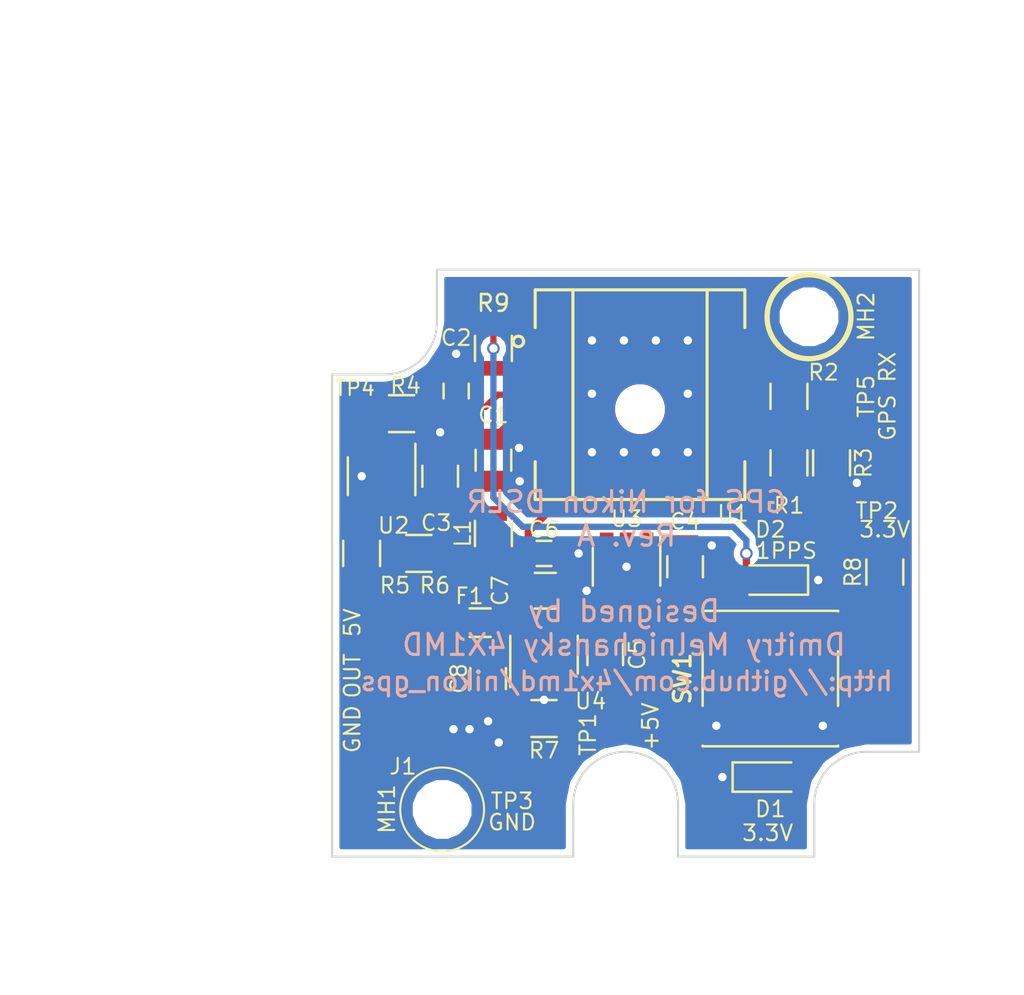
<source format=kicad_pcb>
(kicad_pcb (version 20171130) (host pcbnew 5.1.4-e60b266~84~ubuntu18.04.1)

  (general
    (thickness 1.6)
    (drawings 57)
    (tracks 190)
    (zones 0)
    (modules 34)
    (nets 24)
  )

  (page A4)
  (title_block
    (title "DIY GPS for Nikon DSLR")
    (date 2019-02-02)
    (rev A)
  )

  (layers
    (0 F.Cu signal)
    (31 B.Cu signal)
    (32 B.Adhes user)
    (33 F.Adhes user)
    (34 B.Paste user)
    (35 F.Paste user)
    (36 B.SilkS user)
    (37 F.SilkS user)
    (38 B.Mask user)
    (39 F.Mask user)
    (40 Dwgs.User user)
    (41 Cmts.User user)
    (42 Eco1.User user)
    (43 Eco2.User user)
    (44 Edge.Cuts user)
    (45 Margin user)
    (46 B.CrtYd user)
    (47 F.CrtYd user)
    (48 B.Fab user)
    (49 F.Fab user)
  )

  (setup
    (last_trace_width 0.25)
    (user_trace_width 0.2)
    (user_trace_width 0.25)
    (user_trace_width 0.3)
    (user_trace_width 0.35)
    (user_trace_width 0.45)
    (user_trace_width 0.5)
    (user_trace_width 0.75)
    (user_trace_width 1)
    (trace_clearance 0.25)
    (zone_clearance 0.3)
    (zone_45_only no)
    (trace_min 0.2)
    (via_size 0.6)
    (via_drill 0.4)
    (via_min_size 0.4)
    (via_min_drill 0.3)
    (user_via 0.5 0.3)
    (user_via 0.7 0.5)
    (user_via 1 0.5)
    (uvia_size 0.3)
    (uvia_drill 0.1)
    (uvias_allowed no)
    (uvia_min_size 0.2)
    (uvia_min_drill 0.1)
    (edge_width 0.05)
    (segment_width 0.05)
    (pcb_text_width 0.3)
    (pcb_text_size 1.5 1.5)
    (mod_edge_width 0.15)
    (mod_text_size 1 1)
    (mod_text_width 0.15)
    (pad_size 2.5 2.5)
    (pad_drill 2.5)
    (pad_to_mask_clearance 0.2)
    (aux_axis_origin 165 105)
    (visible_elements 7FFFFFFF)
    (pcbplotparams
      (layerselection 0x010f0_80000001)
      (usegerberextensions false)
      (usegerberattributes false)
      (usegerberadvancedattributes false)
      (creategerberjobfile false)
      (excludeedgelayer false)
      (linewidth 0.100000)
      (plotframeref false)
      (viasonmask false)
      (mode 1)
      (useauxorigin false)
      (hpglpennumber 1)
      (hpglpenspeed 20)
      (hpglpendiameter 15.000000)
      (psnegative false)
      (psa4output false)
      (plotreference true)
      (plotvalue false)
      (plotinvisibletext false)
      (padsonsilk false)
      (subtractmaskfromsilk false)
      (outputformat 1)
      (mirror false)
      (drillshape 0)
      (scaleselection 1)
      (outputdirectory "gerbers"))
  )

  (net 0 "")
  (net 1 +5V)
  (net 2 +3V3)
  (net 3 /GPS_TX)
  (net 4 /GPS_RX)
  (net 5 GND)
  (net 6 "Net-(F1-Pad2)")
  (net 7 /~CTS)
  (net 8 /ON_OFF)
  (net 9 /WAKEUP)
  (net 10 /GPS_OUT)
  (net 11 /BUF_IN)
  (net 12 /3.3V_EN)
  (net 13 /BUF_OUT)
  (net 14 "Net-(D1-Pad2)")
  (net 15 "Net-(D2-Pad2)")
  (net 16 /1PPS)
  (net 17 /C_BYP)
  (net 18 /BUF_EN)
  (net 19 /ON_SW)
  (net 20 /3.3V_GPS)
  (net 21 "Net-(U1-Pad8)")
  (net 22 "Net-(U1-Pad9)")
  (net 23 "Net-(U3-Pad5)")

  (net_class Default "This is the default net class."
    (clearance 0.25)
    (trace_width 0.25)
    (via_dia 0.6)
    (via_drill 0.4)
    (uvia_dia 0.3)
    (uvia_drill 0.1)
    (add_net +3V3)
    (add_net +5V)
    (add_net /1PPS)
    (add_net /3.3V_EN)
    (add_net /3.3V_GPS)
    (add_net /BUF_EN)
    (add_net /BUF_IN)
    (add_net /BUF_OUT)
    (add_net /C_BYP)
    (add_net /GPS_OUT)
    (add_net /GPS_RX)
    (add_net /GPS_TX)
    (add_net /ON_OFF)
    (add_net /ON_SW)
    (add_net /WAKEUP)
    (add_net /~CTS)
    (add_net GND)
    (add_net "Net-(D1-Pad2)")
    (add_net "Net-(D2-Pad2)")
    (add_net "Net-(F1-Pad2)")
    (add_net "Net-(U1-Pad8)")
    (add_net "Net-(U1-Pad9)")
    (add_net "Net-(U3-Pad5)")
  )

  (module Nikon_GPS:ORG1411_GPS locked (layer F.Cu) (tedit 5C55818B) (tstamp 5C039E64)
    (at 119.888 100.965 180)
    (tags "gps gnss glonass org1411")
    (path /5BC1FDBC)
    (fp_text reference U1 (at 0.762 -10.668) (layer F.SilkS)
      (effects (font (size 0.75 0.75) (thickness 0.1)))
    )
    (fp_text value "Hornet ORG1411" (at 5.207 -9.144 180) (layer F.Fab)
      (effects (font (size 0.5 0.5) (thickness 0.05)))
    )
    (fp_line (start 8.4 -10) (end 8.4 0) (layer F.SilkS) (width 0.15))
    (fp_line (start 2 -10) (end 2 0) (layer F.SilkS) (width 0.15))
    (fp_line (start 0.2 -1.8) (end 0.2 0) (layer F.SilkS) (width 0.15))
    (fp_line (start 10.2 -10) (end 10.2 -8.2) (layer F.SilkS) (width 0.15))
    (fp_line (start 0.2 -10) (end 0.2 -8.2) (layer F.SilkS) (width 0.15))
    (fp_line (start 0.2 -10) (end 10.2 -10) (layer F.SilkS) (width 0.15))
    (fp_circle (center 11 -2.46) (end 11.25 -2.46) (layer F.SilkS) (width 0.15))
    (fp_line (start 0.2 0) (end 10.2 0) (layer F.SilkS) (width 0.15))
    (fp_line (start 10.2 -1.8) (end 10.2 0) (layer F.SilkS) (width 0.15))
    (pad 6 smd rect (at 0.711 -7.54 180) (size 1.422 0.864) (layers F.Cu F.Paste F.Mask)
      (net 9 /WAKEUP))
    (pad 7 smd rect (at 0.711 -6.27 180) (size 1.422 0.864) (layers F.Cu F.Paste F.Mask)
      (net 7 /~CTS))
    (pad 8 smd rect (at 0.711 -5 180) (size 1.422 0.864) (layers F.Cu F.Paste F.Mask)
      (net 21 "Net-(U1-Pad8)"))
    (pad 9 smd rect (at 0.711 -3.73 180) (size 1.422 0.864) (layers F.Cu F.Paste F.Mask)
      (net 22 "Net-(U1-Pad9)"))
    (pad 10 smd rect (at 0.711 -2.46 180) (size 1.422 0.864) (layers F.Cu F.Paste F.Mask)
      (net 4 /GPS_RX))
    (pad 5 smd rect (at 9.689 -7.54 180) (size 1.422 0.864) (layers F.Cu F.Paste F.Mask)
      (net 5 GND))
    (pad 4 smd rect (at 9.689 -6.27 180) (size 1.422 0.864) (layers F.Cu F.Paste F.Mask)
      (net 20 /3.3V_GPS))
    (pad 3 smd rect (at 9.689 -5 180) (size 1.422 0.864) (layers F.Cu F.Paste F.Mask)
      (net 3 /GPS_TX))
    (pad 2 smd rect (at 9.689 -3.73 180) (size 1.422 0.864) (layers F.Cu F.Paste F.Mask)
      (net 16 /1PPS))
    (pad "" np_thru_hole circle (at 5.2 -5.69 180) (size 1.778 1.778) (drill 1.778) (layers *.Cu *.Mask))
    (pad 1 smd rect (at 9.5165 -2.46 180) (size 1.676 0.864) (layers F.Cu F.Paste F.Mask)
      (net 8 /ON_OFF))
    (model ${KIPRJMOD}/nikon_gps.3dshapes/ORG1410_GPS.wrl
      (offset (xyz 5.20001492190361 5.000015324907303 0))
      (scale (xyz 0.393701 0.393701 0.393701))
      (rotate (xyz 0 0 0))
    )
  )

  (module Nikon_GPS:SOT-23-5 (layer F.Cu) (tedit 5C557F62) (tstamp 5BCF8FB9)
    (at 102.362 109.855 270)
    (descr "5-pin SOT23 package")
    (tags SOT-23-5)
    (path /5BCC036B)
    (attr smd)
    (fp_text reference U2 (at 2.3495 -0.5715) (layer F.SilkS)
      (effects (font (size 0.75 0.75) (thickness 0.1)))
    )
    (fp_text value SN74LV1T126_ALT (at 0.381 0) (layer F.Fab)
      (effects (font (size 0.3 0.3) (thickness 0.05)))
    )
    (fp_text user %R (at -0.254 0) (layer F.Fab)
      (effects (font (size 0.5 0.5) (thickness 0.075)))
    )
    (fp_line (start -0.9 1.61) (end 0.9 1.61) (layer F.SilkS) (width 0.12))
    (fp_line (start 0.9 -1.61) (end -1.55 -1.61) (layer F.SilkS) (width 0.12))
    (fp_line (start -1.9 -1.8) (end 1.9 -1.8) (layer F.CrtYd) (width 0.05))
    (fp_line (start 1.9 -1.8) (end 1.9 1.8) (layer F.CrtYd) (width 0.05))
    (fp_line (start 1.9 1.8) (end -1.9 1.8) (layer F.CrtYd) (width 0.05))
    (fp_line (start -1.9 1.8) (end -1.9 -1.8) (layer F.CrtYd) (width 0.05))
    (fp_line (start -0.9 -0.9) (end -0.25 -1.55) (layer F.Fab) (width 0.1))
    (fp_line (start 0.9 -1.55) (end -0.25 -1.55) (layer F.Fab) (width 0.1))
    (fp_line (start -0.9 -0.9) (end -0.9 1.55) (layer F.Fab) (width 0.1))
    (fp_line (start 0.9 1.55) (end -0.9 1.55) (layer F.Fab) (width 0.1))
    (fp_line (start 0.9 -1.55) (end 0.9 1.55) (layer F.Fab) (width 0.1))
    (pad 1 smd rect (at -1.1 -0.95 270) (size 1.06 0.65) (layers F.Cu F.Paste F.Mask)
      (net 18 /BUF_EN))
    (pad 2 smd rect (at -1.1 0 270) (size 1.06 0.65) (layers F.Cu F.Paste F.Mask)
      (net 11 /BUF_IN))
    (pad 3 smd rect (at -1.1 0.95 270) (size 1.06 0.65) (layers F.Cu F.Paste F.Mask)
      (net 5 GND))
    (pad 4 smd rect (at 1.1 0.95 270) (size 1.06 0.65) (layers F.Cu F.Paste F.Mask)
      (net 13 /BUF_OUT))
    (pad 5 smd rect (at 1.1 -0.95 270) (size 1.06 0.65) (layers F.Cu F.Paste F.Mask)
      (net 1 +5V))
    (model ${KIPRJMOD}/nikon_gps.3dshapes/SOT-23-5.wrl
      (at (xyz 0 0 0))
      (scale (xyz 1 1 1))
      (rotate (xyz 0 0 0))
    )
  )

  (module Nikon_GPS:SOT-23-5 (layer F.Cu) (tedit 5C557F9C) (tstamp 5BCB9075)
    (at 110.109 118.364 90)
    (descr "5-pin SOT23 package")
    (tags SOT-23-5)
    (path /5BC21D73)
    (attr smd)
    (fp_text reference U4 (at -2.2225 2.2225 180) (layer F.SilkS)
      (effects (font (size 0.75 0.75) (thickness 0.1)))
    )
    (fp_text value MIC5205-3.3 (at -0.127 0.127 180) (layer F.Fab)
      (effects (font (size 0.25 0.25) (thickness 0.05)))
    )
    (fp_text user %R (at 0.508 0 180) (layer F.Fab)
      (effects (font (size 0.5 0.5) (thickness 0.075)))
    )
    (fp_line (start -0.9 1.61) (end 0.9 1.61) (layer F.SilkS) (width 0.12))
    (fp_line (start 0.9 -1.61) (end -1.55 -1.61) (layer F.SilkS) (width 0.12))
    (fp_line (start -1.9 -1.8) (end 1.9 -1.8) (layer F.CrtYd) (width 0.05))
    (fp_line (start 1.9 -1.8) (end 1.9 1.8) (layer F.CrtYd) (width 0.05))
    (fp_line (start 1.9 1.8) (end -1.9 1.8) (layer F.CrtYd) (width 0.05))
    (fp_line (start -1.9 1.8) (end -1.9 -1.8) (layer F.CrtYd) (width 0.05))
    (fp_line (start -0.9 -0.9) (end -0.25 -1.55) (layer F.Fab) (width 0.1))
    (fp_line (start 0.9 -1.55) (end -0.25 -1.55) (layer F.Fab) (width 0.1))
    (fp_line (start -0.9 -0.9) (end -0.9 1.55) (layer F.Fab) (width 0.1))
    (fp_line (start 0.9 1.55) (end -0.9 1.55) (layer F.Fab) (width 0.1))
    (fp_line (start 0.9 -1.55) (end 0.9 1.55) (layer F.Fab) (width 0.1))
    (pad 1 smd rect (at -1.1 -0.95 90) (size 1.06 0.65) (layers F.Cu F.Paste F.Mask)
      (net 1 +5V))
    (pad 2 smd rect (at -1.1 0 90) (size 1.06 0.65) (layers F.Cu F.Paste F.Mask)
      (net 5 GND))
    (pad 3 smd rect (at -1.1 0.95 90) (size 1.06 0.65) (layers F.Cu F.Paste F.Mask)
      (net 12 /3.3V_EN))
    (pad 4 smd rect (at 1.1 0.95 90) (size 1.06 0.65) (layers F.Cu F.Paste F.Mask)
      (net 17 /C_BYP))
    (pad 5 smd rect (at 1.1 -0.95 90) (size 1.06 0.65) (layers F.Cu F.Paste F.Mask)
      (net 2 +3V3))
    (model ${KIPRJMOD}/nikon_gps.3dshapes/SOT-23-5.wrl
      (at (xyz 0 0 0))
      (scale (xyz 1 1 1))
      (rotate (xyz 0 0 0))
    )
  )

  (module Nikon_GPS:LED_0805 (layer F.Cu) (tedit 5C557CC5) (tstamp 5BCF8F5F)
    (at 120.904 124.206)
    (descr "LED 0805 smd package")
    (tags "LED led 0805 SMD smd SMT smt smdled SMDLED smtled SMTLED")
    (path /5BCCC668)
    (attr smd)
    (fp_text reference D1 (at 0 1.524) (layer F.SilkS)
      (effects (font (size 0.75 0.75) (thickness 0.1)))
    )
    (fp_text value Red (at 0.508 0 90) (layer F.Fab)
      (effects (font (size 0.3 0.3) (thickness 0.05)))
    )
    (fp_line (start -1.8 -0.7) (end -1.8 0.7) (layer F.SilkS) (width 0.12))
    (fp_line (start -0.4 -0.4) (end -0.4 0.4) (layer F.Fab) (width 0.1))
    (fp_line (start -0.4 0) (end 0.2 -0.4) (layer F.Fab) (width 0.1))
    (fp_line (start 0.2 0.4) (end -0.4 0) (layer F.Fab) (width 0.1))
    (fp_line (start 0.2 -0.4) (end 0.2 0.4) (layer F.Fab) (width 0.1))
    (fp_line (start 1 0.6) (end -1 0.6) (layer F.Fab) (width 0.1))
    (fp_line (start 1 -0.6) (end 1 0.6) (layer F.Fab) (width 0.1))
    (fp_line (start -1 -0.6) (end 1 -0.6) (layer F.Fab) (width 0.1))
    (fp_line (start -1 0.6) (end -1 -0.6) (layer F.Fab) (width 0.1))
    (fp_line (start -1.8 0.7) (end 1 0.7) (layer F.SilkS) (width 0.12))
    (fp_line (start -1.8 -0.7) (end 1 -0.7) (layer F.SilkS) (width 0.12))
    (fp_line (start 1.95 -0.85) (end 1.95 0.85) (layer F.CrtYd) (width 0.05))
    (fp_line (start 1.95 0.85) (end -1.95 0.85) (layer F.CrtYd) (width 0.05))
    (fp_line (start -1.95 0.85) (end -1.95 -0.85) (layer F.CrtYd) (width 0.05))
    (fp_line (start -1.95 -0.85) (end 1.95 -0.85) (layer F.CrtYd) (width 0.05))
    (fp_text user %R (at -0.635 0 90) (layer F.Fab)
      (effects (font (size 0.3 0.3) (thickness 0.05)))
    )
    (pad 2 smd rect (at 1.1 0 180) (size 1.2 1.2) (layers F.Cu F.Paste F.Mask)
      (net 14 "Net-(D1-Pad2)"))
    (pad 1 smd rect (at -1.1 0 180) (size 1.2 1.2) (layers F.Cu F.Paste F.Mask)
      (net 5 GND))
    (model ${KIPRJMOD}/nikon_gps.3dshapes/LED_0805.wrl
      (at (xyz 0 0 0))
      (scale (xyz 1 1 1))
      (rotate (xyz 0 0 180))
    )
  )

  (module Nikon_GPS:LED_0805 (layer F.Cu) (tedit 5C5575BF) (tstamp 5BCF8F64)
    (at 120.904 114.808 180)
    (descr "LED 0805 smd package")
    (tags "LED led 0805 SMD smd SMT smt smdled SMDLED smtled SMTLED")
    (path /5BCCC6E9)
    (attr smd)
    (fp_text reference D2 (at 0 2.413 180) (layer F.SilkS)
      (effects (font (size 0.75 0.75) (thickness 0.1)))
    )
    (fp_text value Blue (at -0.762 0 270) (layer F.Fab)
      (effects (font (size 0.25 0.25) (thickness 0.05)))
    )
    (fp_line (start -1.8 -0.7) (end -1.8 0.7) (layer F.SilkS) (width 0.12))
    (fp_line (start -0.4 -0.4) (end -0.4 0.4) (layer F.Fab) (width 0.1))
    (fp_line (start -0.4 0) (end 0.2 -0.4) (layer F.Fab) (width 0.1))
    (fp_line (start 0.2 0.4) (end -0.4 0) (layer F.Fab) (width 0.1))
    (fp_line (start 0.2 -0.4) (end 0.2 0.4) (layer F.Fab) (width 0.1))
    (fp_line (start 1 0.6) (end -1 0.6) (layer F.Fab) (width 0.1))
    (fp_line (start 1 -0.6) (end 1 0.6) (layer F.Fab) (width 0.1))
    (fp_line (start -1 -0.6) (end 1 -0.6) (layer F.Fab) (width 0.1))
    (fp_line (start -1 0.6) (end -1 -0.6) (layer F.Fab) (width 0.1))
    (fp_line (start -1.8 0.7) (end 1 0.7) (layer F.SilkS) (width 0.12))
    (fp_line (start -1.8 -0.7) (end 1 -0.7) (layer F.SilkS) (width 0.12))
    (fp_line (start 1.95 -0.85) (end 1.95 0.85) (layer F.CrtYd) (width 0.05))
    (fp_line (start 1.95 0.85) (end -1.95 0.85) (layer F.CrtYd) (width 0.05))
    (fp_line (start -1.95 0.85) (end -1.95 -0.85) (layer F.CrtYd) (width 0.05))
    (fp_line (start -1.95 -0.85) (end 1.95 -0.85) (layer F.CrtYd) (width 0.05))
    (fp_text user %R (at 0.635 0 270) (layer F.Fab)
      (effects (font (size 0.25 0.25) (thickness 0.05)))
    )
    (pad 2 smd rect (at 1.1 0) (size 1.2 1.2) (layers F.Cu F.Paste F.Mask)
      (net 15 "Net-(D2-Pad2)"))
    (pad 1 smd rect (at -1.1 0) (size 1.2 1.2) (layers F.Cu F.Paste F.Mask)
      (net 5 GND))
    (model ${KIPRJMOD}/nikon_gps.3dshapes/LED_0805.wrl
      (at (xyz 0 0 0))
      (scale (xyz 1 1 1))
      (rotate (xyz 0 0 180))
    )
  )

  (module Nikon_GPS:R_0603 (layer F.Cu) (tedit 5C556FD5) (tstamp 5BCF8F69)
    (at 107.061 116.84 180)
    (descr "Resistor SMD 0603, reflow soldering, Vishay (see dcrcw.pdf)")
    (tags "resistor 0603")
    (path /5BC25B14)
    (attr smd)
    (fp_text reference F1 (at 0.508 1.27 180) (layer F.SilkS)
      (effects (font (size 0.75 0.75) (thickness 0.1)))
    )
    (fp_text value 0.1A (at 0 -0.254 180) (layer F.Fab)
      (effects (font (size 0.4 0.4) (thickness 0.05)))
    )
    (fp_text user %R (at 0 0 180) (layer F.Fab)
      (effects (font (size 0.4 0.4) (thickness 0.075)))
    )
    (fp_line (start -0.8 0.4) (end -0.8 -0.4) (layer F.Fab) (width 0.1))
    (fp_line (start 0.8 0.4) (end -0.8 0.4) (layer F.Fab) (width 0.1))
    (fp_line (start 0.8 -0.4) (end 0.8 0.4) (layer F.Fab) (width 0.1))
    (fp_line (start -0.8 -0.4) (end 0.8 -0.4) (layer F.Fab) (width 0.1))
    (fp_line (start 0.5 0.68) (end -0.5 0.68) (layer F.SilkS) (width 0.12))
    (fp_line (start -0.5 -0.68) (end 0.5 -0.68) (layer F.SilkS) (width 0.12))
    (fp_line (start -1.25 -0.7) (end 1.25 -0.7) (layer F.CrtYd) (width 0.05))
    (fp_line (start -1.25 -0.7) (end -1.25 0.7) (layer F.CrtYd) (width 0.05))
    (fp_line (start 1.25 0.7) (end 1.25 -0.7) (layer F.CrtYd) (width 0.05))
    (fp_line (start 1.25 0.7) (end -1.25 0.7) (layer F.CrtYd) (width 0.05))
    (pad 1 smd rect (at -0.75 0 180) (size 0.5 0.9) (layers F.Cu F.Paste F.Mask)
      (net 1 +5V))
    (pad 2 smd rect (at 0.75 0 180) (size 0.5 0.9) (layers F.Cu F.Paste F.Mask)
      (net 6 "Net-(F1-Pad2)"))
    (model ${KIPRJMOD}/nikon_gps.3dshapes/R_0603.wrl
      (at (xyz 0 0 0))
      (scale (xyz 1 1 1))
      (rotate (xyz 0 0 0))
    )
  )

  (module Nikon_GPS:Connection_Pads_03 (layer F.Cu) (tedit 5C5581D2) (tstamp 5BCF8F6E)
    (at 103.505 119.38 270)
    (descr "Three connection pads.")
    (tags "Just a \"Net tie\" as an more or less elegant way to connect two different nets without disturbing ERC and DRC. Make connection between the pads by yourself.")
    (path /5BC2557D)
    (fp_text reference J1 (at 4.318 0.127) (layer F.SilkS)
      (effects (font (size 0.75 0.75) (thickness 0.1)))
    )
    (fp_text value Conn_01x03 (at 0 0 270) (layer F.Fab)
      (effects (font (size 0.4 0.4) (thickness 0.05)))
    )
    (fp_text user %R (at 0 -2.54 270) (layer F.Fab)
      (effects (font (size 0.4 0.4) (thickness 0.05)))
    )
    (pad 1 smd oval (at -2.54 0 270) (size 2 3.5) (layers F.Cu F.Paste F.Mask)
      (net 6 "Net-(F1-Pad2)"))
    (pad 2 smd oval (at 0 0 270) (size 2 3.5) (layers F.Cu F.Paste F.Mask)
      (net 10 /GPS_OUT))
    (pad 3 smd oval (at 2.54 0 270) (size 2 3.5) (layers F.Cu F.Paste F.Mask)
      (net 5 GND))
  )

  (module Nikon_GPS:SW_SPST_PTS645 (layer F.Cu) (tedit 5C557C86) (tstamp 5BCF8FA1)
    (at 120.904 119.507 180)
    (descr "C&K Components SPST SMD PTS645 Series 6mm Tact Switch")
    (tags "SPST Button Switch")
    (path /5BCB891F)
    (attr smd)
    (fp_text reference SW1 (at 4.191 0 270) (layer F.SilkS)
      (effects (font (size 0.8 0.8) (thickness 0.15)))
    )
    (fp_text value ON/OFF (at 0 0 180) (layer F.Fab)
      (effects (font (size 0.4 0.4) (thickness 0.05)))
    )
    (fp_text user %R (at 0 -0.635 180) (layer F.Fab)
      (effects (font (size 0.4 0.4) (thickness 0.05)))
    )
    (fp_line (start -3 -3) (end -3 3) (layer F.Fab) (width 0.1))
    (fp_line (start -3 3) (end 3 3) (layer F.Fab) (width 0.1))
    (fp_line (start 3 3) (end 3 -3) (layer F.Fab) (width 0.1))
    (fp_line (start 3 -3) (end -3 -3) (layer F.Fab) (width 0.1))
    (fp_line (start 5.05 3.4) (end 5.05 -3.4) (layer F.CrtYd) (width 0.05))
    (fp_line (start -5.05 -3.4) (end -5.05 3.4) (layer F.CrtYd) (width 0.05))
    (fp_line (start -5.05 3.4) (end 5.05 3.4) (layer F.CrtYd) (width 0.05))
    (fp_line (start -5.05 -3.4) (end 5.05 -3.4) (layer F.CrtYd) (width 0.05))
    (fp_line (start 3.23 -3.23) (end 3.23 -3.2) (layer F.SilkS) (width 0.12))
    (fp_line (start 3.23 3.23) (end 3.23 3.2) (layer F.SilkS) (width 0.12))
    (fp_line (start -3.23 3.23) (end -3.23 3.2) (layer F.SilkS) (width 0.12))
    (fp_line (start -3.23 -3.2) (end -3.23 -3.23) (layer F.SilkS) (width 0.12))
    (fp_line (start 3.23 -1.3) (end 3.23 1.3) (layer F.SilkS) (width 0.12))
    (fp_line (start -3.23 -3.23) (end 3.23 -3.23) (layer F.SilkS) (width 0.12))
    (fp_line (start -3.23 -1.3) (end -3.23 1.3) (layer F.SilkS) (width 0.12))
    (fp_line (start -3.23 3.23) (end 3.23 3.23) (layer F.SilkS) (width 0.12))
    (fp_circle (center 0 0) (end 1.75 -0.05) (layer F.Fab) (width 0.1))
    (pad 2 smd rect (at -3.98 2.25 180) (size 1.55 1.3) (layers F.Cu F.Paste F.Mask)
      (net 19 /ON_SW))
    (pad 1 smd rect (at -3.98 -2.25 180) (size 1.55 1.3) (layers F.Cu F.Paste F.Mask)
      (net 5 GND))
    (pad 1 smd rect (at 3.98 -2.25 180) (size 1.55 1.3) (layers F.Cu F.Paste F.Mask)
      (net 5 GND))
    (pad 2 smd rect (at 3.98 2.25 180) (size 1.55 1.3) (layers F.Cu F.Paste F.Mask)
      (net 19 /ON_SW))
    (model ${KIPRJMOD}/nikon_gps.3dshapes/SW_SPST_PTS645.wrl
      (at (xyz 0 0 0))
      (scale (xyz 1 1 1))
      (rotate (xyz 0 0 0))
    )
  )

  (module Nikon_GPS:SOT-23-6 (layer F.Cu) (tedit 5C557FCE) (tstamp 5BCF8FC3)
    (at 114.046 114.173 270)
    (descr "6-pin SOT-23 package")
    (tags SOT-23-6)
    (path /5BCB97B0)
    (attr smd)
    (fp_text reference U3 (at -2.286 0) (layer F.SilkS)
      (effects (font (size 0.75 0.75) (thickness 0.1)))
    )
    (fp_text value MAX16054 (at 0.635 0) (layer F.Fab)
      (effects (font (size 0.3 0.3) (thickness 0.05)))
    )
    (fp_text user %R (at -0.381 0.889) (layer F.Fab)
      (effects (font (size 0.5 0.5) (thickness 0.075)))
    )
    (fp_line (start -0.9 1.61) (end 0.9 1.61) (layer F.SilkS) (width 0.12))
    (fp_line (start 0.9 -1.61) (end -1.55 -1.61) (layer F.SilkS) (width 0.12))
    (fp_line (start 1.9 -1.8) (end -1.9 -1.8) (layer F.CrtYd) (width 0.05))
    (fp_line (start 1.9 1.8) (end 1.9 -1.8) (layer F.CrtYd) (width 0.05))
    (fp_line (start -1.9 1.8) (end 1.9 1.8) (layer F.CrtYd) (width 0.05))
    (fp_line (start -1.9 -1.8) (end -1.9 1.8) (layer F.CrtYd) (width 0.05))
    (fp_line (start -0.9 -0.9) (end -0.25 -1.55) (layer F.Fab) (width 0.1))
    (fp_line (start 0.9 -1.55) (end -0.25 -1.55) (layer F.Fab) (width 0.1))
    (fp_line (start -0.9 -0.9) (end -0.9 1.55) (layer F.Fab) (width 0.1))
    (fp_line (start 0.9 1.55) (end -0.9 1.55) (layer F.Fab) (width 0.1))
    (fp_line (start 0.9 -1.55) (end 0.9 1.55) (layer F.Fab) (width 0.1))
    (pad 1 smd rect (at -1.1 -0.95 270) (size 1.06 0.65) (layers F.Cu F.Paste F.Mask)
      (net 19 /ON_SW))
    (pad 2 smd rect (at -1.1 0 270) (size 1.06 0.65) (layers F.Cu F.Paste F.Mask)
      (net 5 GND))
    (pad 3 smd rect (at -1.1 0.95 270) (size 1.06 0.65) (layers F.Cu F.Paste F.Mask)
      (net 5 GND))
    (pad 4 smd rect (at 1.1 0.95 270) (size 1.06 0.65) (layers F.Cu F.Paste F.Mask)
      (net 12 /3.3V_EN))
    (pad 6 smd rect (at 1.1 -0.95 270) (size 1.06 0.65) (layers F.Cu F.Paste F.Mask)
      (net 1 +5V))
    (pad 5 smd rect (at 1.1 0 270) (size 1.06 0.65) (layers F.Cu F.Paste F.Mask)
      (net 23 "Net-(U3-Pad5)"))
    (model ${KIPRJMOD}/nikon_gps.3dshapes/SOT-23-6.wrl
      (at (xyz 0 0 0))
      (scale (xyz 1 1 1))
      (rotate (xyz 0 0 0))
    )
  )

  (module Nikon_GPS:C_0805 (layer F.Cu) (tedit 5C5576DC) (tstamp 5BD56B6F)
    (at 107.696 109.093 90)
    (descr "Capacitor SMD 0805, reflow soldering, AVX (see smccp.pdf)")
    (tags "capacitor 0805")
    (path /5BCC7898)
    (attr smd)
    (fp_text reference C1 (at 2.159 0 180) (layer F.SilkS)
      (effects (font (size 0.75 0.75) (thickness 0.1)))
    )
    (fp_text value 100nF (at 0 0.254 90) (layer F.Fab)
      (effects (font (size 0.3 0.3) (thickness 0.05)))
    )
    (fp_text user %R (at 0 -0.254 90) (layer F.Fab)
      (effects (font (size 0.3 0.3) (thickness 0.05)))
    )
    (fp_line (start -1 0.62) (end -1 -0.62) (layer F.Fab) (width 0.1))
    (fp_line (start 1 0.62) (end -1 0.62) (layer F.Fab) (width 0.1))
    (fp_line (start 1 -0.62) (end 1 0.62) (layer F.Fab) (width 0.1))
    (fp_line (start -1 -0.62) (end 1 -0.62) (layer F.Fab) (width 0.1))
    (fp_line (start 0.5 -0.85) (end -0.5 -0.85) (layer F.SilkS) (width 0.12))
    (fp_line (start -0.5 0.85) (end 0.5 0.85) (layer F.SilkS) (width 0.12))
    (fp_line (start -1.75 -0.88) (end 1.75 -0.88) (layer F.CrtYd) (width 0.05))
    (fp_line (start -1.75 -0.88) (end -1.75 0.87) (layer F.CrtYd) (width 0.05))
    (fp_line (start 1.75 0.87) (end 1.75 -0.88) (layer F.CrtYd) (width 0.05))
    (fp_line (start 1.75 0.87) (end -1.75 0.87) (layer F.CrtYd) (width 0.05))
    (pad 1 smd rect (at -1 0 90) (size 1 1.25) (layers F.Cu F.Paste F.Mask)
      (net 5 GND))
    (pad 2 smd rect (at 1 0 90) (size 1 1.25) (layers F.Cu F.Paste F.Mask)
      (net 20 /3.3V_GPS))
    (model ${KIPRJMOD}/nikon_gps.3dshapes/C_0805.wrl
      (at (xyz 0 0 0))
      (scale (xyz 1 1 1))
      (rotate (xyz 0 0 0))
    )
  )

  (module Nikon_GPS:C_0805 (layer F.Cu) (tedit 5C557F59) (tstamp 5BD56B79)
    (at 105.156 109.855 270)
    (descr "Capacitor SMD 0805, reflow soldering, AVX (see smccp.pdf)")
    (tags "capacitor 0805")
    (path /5BCC7288)
    (attr smd)
    (fp_text reference C3 (at 2.2225 0.1905) (layer F.SilkS)
      (effects (font (size 0.75 0.75) (thickness 0.1)))
    )
    (fp_text value 100nF (at 0 -0.254 270) (layer F.Fab)
      (effects (font (size 0.3 0.3) (thickness 0.05)))
    )
    (fp_text user %R (at 0 0.254 270) (layer F.Fab)
      (effects (font (size 0.3 0.3) (thickness 0.05)))
    )
    (fp_line (start -1 0.62) (end -1 -0.62) (layer F.Fab) (width 0.1))
    (fp_line (start 1 0.62) (end -1 0.62) (layer F.Fab) (width 0.1))
    (fp_line (start 1 -0.62) (end 1 0.62) (layer F.Fab) (width 0.1))
    (fp_line (start -1 -0.62) (end 1 -0.62) (layer F.Fab) (width 0.1))
    (fp_line (start 0.5 -0.85) (end -0.5 -0.85) (layer F.SilkS) (width 0.12))
    (fp_line (start -0.5 0.85) (end 0.5 0.85) (layer F.SilkS) (width 0.12))
    (fp_line (start -1.75 -0.88) (end 1.75 -0.88) (layer F.CrtYd) (width 0.05))
    (fp_line (start -1.75 -0.88) (end -1.75 0.87) (layer F.CrtYd) (width 0.05))
    (fp_line (start 1.75 0.87) (end 1.75 -0.88) (layer F.CrtYd) (width 0.05))
    (fp_line (start 1.75 0.87) (end -1.75 0.87) (layer F.CrtYd) (width 0.05))
    (pad 1 smd rect (at -1 0 270) (size 1 1.25) (layers F.Cu F.Paste F.Mask)
      (net 5 GND))
    (pad 2 smd rect (at 1 0 270) (size 1 1.25) (layers F.Cu F.Paste F.Mask)
      (net 1 +5V))
    (model ${KIPRJMOD}/nikon_gps.3dshapes/C_0805.wrl
      (at (xyz 0 0 0))
      (scale (xyz 1 1 1))
      (rotate (xyz 0 0 0))
    )
  )

  (module Nikon_GPS:C_0805 (layer F.Cu) (tedit 5C557FC9) (tstamp 5BD56B7E)
    (at 116.84 114.173 270)
    (descr "Capacitor SMD 0805, reflow soldering, AVX (see smccp.pdf)")
    (tags "capacitor 0805")
    (path /5BCC622D)
    (attr smd)
    (fp_text reference C4 (at -2.159 0) (layer F.SilkS)
      (effects (font (size 0.75 0.75) (thickness 0.1)))
    )
    (fp_text value 100nF (at 0 -0.254 270) (layer F.Fab)
      (effects (font (size 0.4 0.4) (thickness 0.05)))
    )
    (fp_text user %R (at 0 0.254 270) (layer F.Fab)
      (effects (font (size 0.4 0.4) (thickness 0.05)))
    )
    (fp_line (start -1 0.62) (end -1 -0.62) (layer F.Fab) (width 0.1))
    (fp_line (start 1 0.62) (end -1 0.62) (layer F.Fab) (width 0.1))
    (fp_line (start 1 -0.62) (end 1 0.62) (layer F.Fab) (width 0.1))
    (fp_line (start -1 -0.62) (end 1 -0.62) (layer F.Fab) (width 0.1))
    (fp_line (start 0.5 -0.85) (end -0.5 -0.85) (layer F.SilkS) (width 0.12))
    (fp_line (start -0.5 0.85) (end 0.5 0.85) (layer F.SilkS) (width 0.12))
    (fp_line (start -1.75 -0.88) (end 1.75 -0.88) (layer F.CrtYd) (width 0.05))
    (fp_line (start -1.75 -0.88) (end -1.75 0.87) (layer F.CrtYd) (width 0.05))
    (fp_line (start 1.75 0.87) (end 1.75 -0.88) (layer F.CrtYd) (width 0.05))
    (fp_line (start 1.75 0.87) (end -1.75 0.87) (layer F.CrtYd) (width 0.05))
    (pad 1 smd rect (at -1 0 270) (size 1 1.25) (layers F.Cu F.Paste F.Mask)
      (net 5 GND))
    (pad 2 smd rect (at 1 0 270) (size 1 1.25) (layers F.Cu F.Paste F.Mask)
      (net 1 +5V))
    (model ${KIPRJMOD}/nikon_gps.3dshapes/C_0805.wrl
      (at (xyz 0 0 0))
      (scale (xyz 1 1 1))
      (rotate (xyz 0 0 0))
    )
  )

  (module Nikon_GPS:C_0805 (layer F.Cu) (tedit 5C556EEF) (tstamp 5BD56B83)
    (at 113.03 118.364 270)
    (descr "Capacitor SMD 0805, reflow soldering, AVX (see smccp.pdf)")
    (tags "capacitor 0805")
    (path /5BCC5DEF)
    (attr smd)
    (fp_text reference C5 (at 0 -1.524 270) (layer F.SilkS)
      (effects (font (size 0.75 0.75) (thickness 0.1)))
    )
    (fp_text value 470pF (at 0 -0.254 270) (layer F.Fab)
      (effects (font (size 0.25 0.25) (thickness 0.05)))
    )
    (fp_text user %R (at 0 0.254 270) (layer F.Fab)
      (effects (font (size 0.4 0.4) (thickness 0.05)))
    )
    (fp_line (start -1 0.62) (end -1 -0.62) (layer F.Fab) (width 0.1))
    (fp_line (start 1 0.62) (end -1 0.62) (layer F.Fab) (width 0.1))
    (fp_line (start 1 -0.62) (end 1 0.62) (layer F.Fab) (width 0.1))
    (fp_line (start -1 -0.62) (end 1 -0.62) (layer F.Fab) (width 0.1))
    (fp_line (start 0.5 -0.85) (end -0.5 -0.85) (layer F.SilkS) (width 0.12))
    (fp_line (start -0.5 0.85) (end 0.5 0.85) (layer F.SilkS) (width 0.12))
    (fp_line (start -1.75 -0.88) (end 1.75 -0.88) (layer F.CrtYd) (width 0.05))
    (fp_line (start -1.75 -0.88) (end -1.75 0.87) (layer F.CrtYd) (width 0.05))
    (fp_line (start 1.75 0.87) (end 1.75 -0.88) (layer F.CrtYd) (width 0.05))
    (fp_line (start 1.75 0.87) (end -1.75 0.87) (layer F.CrtYd) (width 0.05))
    (pad 1 smd rect (at -1 0 270) (size 1 1.25) (layers F.Cu F.Paste F.Mask)
      (net 17 /C_BYP))
    (pad 2 smd rect (at 1 0 270) (size 1 1.25) (layers F.Cu F.Paste F.Mask)
      (net 5 GND))
    (model ${KIPRJMOD}/nikon_gps.3dshapes/C_0805.wrl
      (at (xyz 0 0 0))
      (scale (xyz 1 1 1))
      (rotate (xyz 0 0 0))
    )
  )

  (module Nikon_GPS:C_0805 (layer F.Cu) (tedit 5C557F6F) (tstamp 5BD56B8D)
    (at 110.1725 115.316)
    (descr "Capacitor SMD 0805, reflow soldering, AVX (see smccp.pdf)")
    (tags "capacitor 0805")
    (path /5BCC5FD5)
    (attr smd)
    (fp_text reference C7 (at -2.159 0 90) (layer F.SilkS)
      (effects (font (size 0.75 0.75) (thickness 0.1)))
    )
    (fp_text value 10uF (at 0.0635 0.254) (layer F.Fab)
      (effects (font (size 0.4 0.4) (thickness 0.05)))
    )
    (fp_text user %R (at -0.0635 -0.254) (layer F.Fab)
      (effects (font (size 0.3 0.3) (thickness 0.05)))
    )
    (fp_line (start -1 0.62) (end -1 -0.62) (layer F.Fab) (width 0.1))
    (fp_line (start 1 0.62) (end -1 0.62) (layer F.Fab) (width 0.1))
    (fp_line (start 1 -0.62) (end 1 0.62) (layer F.Fab) (width 0.1))
    (fp_line (start -1 -0.62) (end 1 -0.62) (layer F.Fab) (width 0.1))
    (fp_line (start 0.5 -0.85) (end -0.5 -0.85) (layer F.SilkS) (width 0.12))
    (fp_line (start -0.5 0.85) (end 0.5 0.85) (layer F.SilkS) (width 0.12))
    (fp_line (start -1.75 -0.88) (end 1.75 -0.88) (layer F.CrtYd) (width 0.05))
    (fp_line (start -1.75 -0.88) (end -1.75 0.87) (layer F.CrtYd) (width 0.05))
    (fp_line (start 1.75 0.87) (end 1.75 -0.88) (layer F.CrtYd) (width 0.05))
    (fp_line (start 1.75 0.87) (end -1.75 0.87) (layer F.CrtYd) (width 0.05))
    (pad 1 smd rect (at -1 0) (size 1 1.25) (layers F.Cu F.Paste F.Mask)
      (net 2 +3V3))
    (pad 2 smd rect (at 1 0) (size 1 1.25) (layers F.Cu F.Paste F.Mask)
      (net 5 GND))
    (model ${KIPRJMOD}/nikon_gps.3dshapes/C_0805.wrl
      (at (xyz 0 0 0))
      (scale (xyz 1 1 1))
      (rotate (xyz 0 0 0))
    )
  )

  (module Nikon_GPS:R_0805 (layer F.Cu) (tedit 5C556D90) (tstamp 5BD56B92)
    (at 121.793 109.22 90)
    (descr "Resistor SMD 0805, reflow soldering, Vishay (see dcrcw.pdf)")
    (tags "resistor 0805")
    (path /5BB0D24B)
    (attr smd)
    (fp_text reference R1 (at -2.032 0 180) (layer F.SilkS)
      (effects (font (size 0.75 0.75) (thickness 0.1)))
    )
    (fp_text value 10K (at 0 0.254 90) (layer F.Fab)
      (effects (font (size 0.4 0.4) (thickness 0.05)))
    )
    (fp_text user %R (at 0 -0.254 90) (layer F.Fab)
      (effects (font (size 0.4 0.4) (thickness 0.05)))
    )
    (fp_line (start -1 0.62) (end -1 -0.62) (layer F.Fab) (width 0.1))
    (fp_line (start 1 0.62) (end -1 0.62) (layer F.Fab) (width 0.1))
    (fp_line (start 1 -0.62) (end 1 0.62) (layer F.Fab) (width 0.1))
    (fp_line (start -1 -0.62) (end 1 -0.62) (layer F.Fab) (width 0.1))
    (fp_line (start 0.6 0.88) (end -0.6 0.88) (layer F.SilkS) (width 0.12))
    (fp_line (start -0.6 -0.88) (end 0.6 -0.88) (layer F.SilkS) (width 0.12))
    (fp_line (start -1.55 -0.9) (end 1.55 -0.9) (layer F.CrtYd) (width 0.05))
    (fp_line (start -1.55 -0.9) (end -1.55 0.9) (layer F.CrtYd) (width 0.05))
    (fp_line (start 1.55 0.9) (end 1.55 -0.9) (layer F.CrtYd) (width 0.05))
    (fp_line (start 1.55 0.9) (end -1.55 0.9) (layer F.CrtYd) (width 0.05))
    (pad 1 smd rect (at -0.95 0 90) (size 0.7 1.3) (layers F.Cu F.Paste F.Mask)
      (net 2 +3V3))
    (pad 2 smd rect (at 0.95 0 90) (size 0.7 1.3) (layers F.Cu F.Paste F.Mask)
      (net 7 /~CTS))
    (model ${KIPRJMOD}/nikon_gps.3dshapes/R_0805.wrl
      (at (xyz 0 0 0))
      (scale (xyz 1 1 1))
      (rotate (xyz 0 0 0))
    )
  )

  (module Nikon_GPS:R_0805 (layer F.Cu) (tedit 5C557674) (tstamp 5BD56B97)
    (at 121.793 106.045 90)
    (descr "Resistor SMD 0805, reflow soldering, Vishay (see dcrcw.pdf)")
    (tags "resistor 0805")
    (path /5BC1FE51)
    (attr smd)
    (fp_text reference R2 (at 1.143 1.651 180) (layer F.SilkS)
      (effects (font (size 0.75 0.75) (thickness 0.1)))
    )
    (fp_text value 33 (at 0 -0.381 90) (layer F.Fab)
      (effects (font (size 0.4 0.4) (thickness 0.05)))
    )
    (fp_text user %R (at 0 0.254 90) (layer F.Fab)
      (effects (font (size 0.5 0.5) (thickness 0.075)))
    )
    (fp_line (start -1 0.62) (end -1 -0.62) (layer F.Fab) (width 0.1))
    (fp_line (start 1 0.62) (end -1 0.62) (layer F.Fab) (width 0.1))
    (fp_line (start 1 -0.62) (end 1 0.62) (layer F.Fab) (width 0.1))
    (fp_line (start -1 -0.62) (end 1 -0.62) (layer F.Fab) (width 0.1))
    (fp_line (start 0.6 0.88) (end -0.6 0.88) (layer F.SilkS) (width 0.12))
    (fp_line (start -0.6 -0.88) (end 0.6 -0.88) (layer F.SilkS) (width 0.12))
    (fp_line (start -1.55 -0.9) (end 1.55 -0.9) (layer F.CrtYd) (width 0.05))
    (fp_line (start -1.55 -0.9) (end -1.55 0.9) (layer F.CrtYd) (width 0.05))
    (fp_line (start 1.55 0.9) (end 1.55 -0.9) (layer F.CrtYd) (width 0.05))
    (fp_line (start 1.55 0.9) (end -1.55 0.9) (layer F.CrtYd) (width 0.05))
    (pad 1 smd rect (at -0.95 0 90) (size 0.7 1.3) (layers F.Cu F.Paste F.Mask)
      (net 9 /WAKEUP))
    (pad 2 smd rect (at 0.95 0 90) (size 0.7 1.3) (layers F.Cu F.Paste F.Mask)
      (net 8 /ON_OFF))
    (model ${KIPRJMOD}/nikon_gps.3dshapes/R_0805.wrl
      (at (xyz 0 0 0))
      (scale (xyz 1 1 1))
      (rotate (xyz 0 0 0))
    )
  )

  (module Nikon_GPS:R_0805 (layer F.Cu) (tedit 5C556CE4) (tstamp 5BD56B9C)
    (at 123.825 109.22 270)
    (descr "Resistor SMD 0805, reflow soldering, Vishay (see dcrcw.pdf)")
    (tags "resistor 0805")
    (path /5BC2155C)
    (attr smd)
    (fp_text reference R3 (at 0 -1.524 270) (layer F.SilkS)
      (effects (font (size 0.75 0.75) (thickness 0.1)))
    )
    (fp_text value 10K (at 0 -0.381 270) (layer F.Fab)
      (effects (font (size 0.5 0.5) (thickness 0.05)))
    )
    (fp_text user %R (at 0 0.254 270) (layer F.Fab)
      (effects (font (size 0.5 0.5) (thickness 0.05)))
    )
    (fp_line (start -1 0.62) (end -1 -0.62) (layer F.Fab) (width 0.1))
    (fp_line (start 1 0.62) (end -1 0.62) (layer F.Fab) (width 0.1))
    (fp_line (start 1 -0.62) (end 1 0.62) (layer F.Fab) (width 0.1))
    (fp_line (start -1 -0.62) (end 1 -0.62) (layer F.Fab) (width 0.1))
    (fp_line (start 0.6 0.88) (end -0.6 0.88) (layer F.SilkS) (width 0.12))
    (fp_line (start -0.6 -0.88) (end 0.6 -0.88) (layer F.SilkS) (width 0.12))
    (fp_line (start -1.55 -0.9) (end 1.55 -0.9) (layer F.CrtYd) (width 0.05))
    (fp_line (start -1.55 -0.9) (end -1.55 0.9) (layer F.CrtYd) (width 0.05))
    (fp_line (start 1.55 0.9) (end 1.55 -0.9) (layer F.CrtYd) (width 0.05))
    (fp_line (start 1.55 0.9) (end -1.55 0.9) (layer F.CrtYd) (width 0.05))
    (pad 1 smd rect (at -0.95 0 270) (size 0.7 1.3) (layers F.Cu F.Paste F.Mask)
      (net 9 /WAKEUP))
    (pad 2 smd rect (at 0.95 0 270) (size 0.7 1.3) (layers F.Cu F.Paste F.Mask)
      (net 5 GND))
    (model ${KIPRJMOD}/nikon_gps.3dshapes/R_0805.wrl
      (at (xyz 0 0 0))
      (scale (xyz 1 1 1))
      (rotate (xyz 0 0 0))
    )
  )

  (module Nikon_GPS:R_0805 (layer F.Cu) (tedit 5C557C32) (tstamp 5BD56BA1)
    (at 103.3145 106.8705 180)
    (descr "Resistor SMD 0805, reflow soldering, Vishay (see dcrcw.pdf)")
    (tags "resistor 0805")
    (path /5BC25077)
    (attr smd)
    (fp_text reference R4 (at -0.1905 1.3335 180) (layer F.SilkS)
      (effects (font (size 0.75 0.75) (thickness 0.1)))
    )
    (fp_text value 33 (at 0.0635 -0.381 180) (layer F.Fab)
      (effects (font (size 0.3 0.3) (thickness 0.05)))
    )
    (fp_text user %R (at 0.0635 0.254 180) (layer F.Fab)
      (effects (font (size 0.3 0.3) (thickness 0.05)))
    )
    (fp_line (start -1 0.62) (end -1 -0.62) (layer F.Fab) (width 0.1))
    (fp_line (start 1 0.62) (end -1 0.62) (layer F.Fab) (width 0.1))
    (fp_line (start 1 -0.62) (end 1 0.62) (layer F.Fab) (width 0.1))
    (fp_line (start -1 -0.62) (end 1 -0.62) (layer F.Fab) (width 0.1))
    (fp_line (start 0.6 0.88) (end -0.6 0.88) (layer F.SilkS) (width 0.12))
    (fp_line (start -0.6 -0.88) (end 0.6 -0.88) (layer F.SilkS) (width 0.12))
    (fp_line (start -1.55 -0.9) (end 1.55 -0.9) (layer F.CrtYd) (width 0.05))
    (fp_line (start -1.55 -0.9) (end -1.55 0.9) (layer F.CrtYd) (width 0.05))
    (fp_line (start 1.55 0.9) (end 1.55 -0.9) (layer F.CrtYd) (width 0.05))
    (fp_line (start 1.55 0.9) (end -1.55 0.9) (layer F.CrtYd) (width 0.05))
    (pad 1 smd rect (at -0.95 0 180) (size 0.7 1.3) (layers F.Cu F.Paste F.Mask)
      (net 3 /GPS_TX))
    (pad 2 smd rect (at 0.95 0 180) (size 0.7 1.3) (layers F.Cu F.Paste F.Mask)
      (net 11 /BUF_IN))
    (model ${KIPRJMOD}/nikon_gps.3dshapes/R_0805.wrl
      (at (xyz 0 0 0))
      (scale (xyz 1 1 1))
      (rotate (xyz 0 0 0))
    )
  )

  (module Nikon_GPS:R_0805 (layer F.Cu) (tedit 5C556F84) (tstamp 5BD56BA6)
    (at 101.4095 113.538 270)
    (descr "Resistor SMD 0805, reflow soldering, Vishay (see dcrcw.pdf)")
    (tags "resistor 0805")
    (path /5BC25677)
    (attr smd)
    (fp_text reference R5 (at 1.524 -1.5875) (layer F.SilkS)
      (effects (font (size 0.75 0.75) (thickness 0.1)))
    )
    (fp_text value 33 (at 0 -0.3175 270) (layer F.Fab)
      (effects (font (size 0.4 0.4) (thickness 0.05)))
    )
    (fp_text user %R (at 0 0.3175 270) (layer F.Fab)
      (effects (font (size 0.5 0.5) (thickness 0.075)))
    )
    (fp_line (start -1 0.62) (end -1 -0.62) (layer F.Fab) (width 0.1))
    (fp_line (start 1 0.62) (end -1 0.62) (layer F.Fab) (width 0.1))
    (fp_line (start 1 -0.62) (end 1 0.62) (layer F.Fab) (width 0.1))
    (fp_line (start -1 -0.62) (end 1 -0.62) (layer F.Fab) (width 0.1))
    (fp_line (start 0.6 0.88) (end -0.6 0.88) (layer F.SilkS) (width 0.12))
    (fp_line (start -0.6 -0.88) (end 0.6 -0.88) (layer F.SilkS) (width 0.12))
    (fp_line (start -1.55 -0.9) (end 1.55 -0.9) (layer F.CrtYd) (width 0.05))
    (fp_line (start -1.55 -0.9) (end -1.55 0.9) (layer F.CrtYd) (width 0.05))
    (fp_line (start 1.55 0.9) (end 1.55 -0.9) (layer F.CrtYd) (width 0.05))
    (fp_line (start 1.55 0.9) (end -1.55 0.9) (layer F.CrtYd) (width 0.05))
    (pad 1 smd rect (at -0.95 0 270) (size 0.7 1.3) (layers F.Cu F.Paste F.Mask)
      (net 13 /BUF_OUT))
    (pad 2 smd rect (at 0.95 0 270) (size 0.7 1.3) (layers F.Cu F.Paste F.Mask)
      (net 10 /GPS_OUT))
    (model ${KIPRJMOD}/nikon_gps.3dshapes/R_0805.wrl
      (at (xyz 0 0 0))
      (scale (xyz 1 1 1))
      (rotate (xyz 0 0 0))
    )
  )

  (module Nikon_GPS:R_0805 (layer F.Cu) (tedit 5C556FE8) (tstamp 5BD56BAB)
    (at 104.14 113.538 180)
    (descr "Resistor SMD 0805, reflow soldering, Vishay (see dcrcw.pdf)")
    (tags "resistor 0805")
    (path /5BCCA1A6)
    (attr smd)
    (fp_text reference R6 (at -0.762 -1.524 180) (layer F.SilkS)
      (effects (font (size 0.75 0.75) (thickness 0.1)))
    )
    (fp_text value 0 (at 0 -0.381 180) (layer F.Fab)
      (effects (font (size 0.4 0.4) (thickness 0.05)))
    )
    (fp_text user %R (at 0 0.254 180) (layer F.Fab)
      (effects (font (size 0.5 0.5) (thickness 0.075)))
    )
    (fp_line (start -1 0.62) (end -1 -0.62) (layer F.Fab) (width 0.1))
    (fp_line (start 1 0.62) (end -1 0.62) (layer F.Fab) (width 0.1))
    (fp_line (start 1 -0.62) (end 1 0.62) (layer F.Fab) (width 0.1))
    (fp_line (start -1 -0.62) (end 1 -0.62) (layer F.Fab) (width 0.1))
    (fp_line (start 0.6 0.88) (end -0.6 0.88) (layer F.SilkS) (width 0.12))
    (fp_line (start -0.6 -0.88) (end 0.6 -0.88) (layer F.SilkS) (width 0.12))
    (fp_line (start -1.55 -0.9) (end 1.55 -0.9) (layer F.CrtYd) (width 0.05))
    (fp_line (start -1.55 -0.9) (end -1.55 0.9) (layer F.CrtYd) (width 0.05))
    (fp_line (start 1.55 0.9) (end 1.55 -0.9) (layer F.CrtYd) (width 0.05))
    (fp_line (start 1.55 0.9) (end -1.55 0.9) (layer F.CrtYd) (width 0.05))
    (pad 1 smd rect (at -0.95 0 180) (size 0.7 1.3) (layers F.Cu F.Paste F.Mask)
      (net 2 +3V3))
    (pad 2 smd rect (at 0.95 0 180) (size 0.7 1.3) (layers F.Cu F.Paste F.Mask)
      (net 18 /BUF_EN))
    (model ${KIPRJMOD}/nikon_gps.3dshapes/R_0805.wrl
      (at (xyz 0 0 0))
      (scale (xyz 1 1 1))
      (rotate (xyz 0 0 0))
    )
  )

  (module Nikon_GPS:R_0805 (layer F.Cu) (tedit 5C557F84) (tstamp 5BD56BB5)
    (at 110.109 121.412 180)
    (descr "Resistor SMD 0805, reflow soldering, Vishay (see dcrcw.pdf)")
    (tags "resistor 0805")
    (path /5BCB058E)
    (attr smd)
    (fp_text reference R7 (at 0 -1.524 180) (layer F.SilkS)
      (effects (font (size 0.75 0.75) (thickness 0.1)))
    )
    (fp_text value 0 (at 0 1.75 180) (layer F.Fab)
      (effects (font (size 0.4 0.4) (thickness 0.05)))
    )
    (fp_text user %R (at 0 0 180) (layer F.Fab)
      (effects (font (size 0.5 0.5) (thickness 0.05)))
    )
    (fp_line (start -1 0.62) (end -1 -0.62) (layer F.Fab) (width 0.1))
    (fp_line (start 1 0.62) (end -1 0.62) (layer F.Fab) (width 0.1))
    (fp_line (start 1 -0.62) (end 1 0.62) (layer F.Fab) (width 0.1))
    (fp_line (start -1 -0.62) (end 1 -0.62) (layer F.Fab) (width 0.1))
    (fp_line (start 0.6 0.88) (end -0.6 0.88) (layer F.SilkS) (width 0.12))
    (fp_line (start -0.6 -0.88) (end 0.6 -0.88) (layer F.SilkS) (width 0.12))
    (fp_line (start -1.55 -0.9) (end 1.55 -0.9) (layer F.CrtYd) (width 0.05))
    (fp_line (start -1.55 -0.9) (end -1.55 0.9) (layer F.CrtYd) (width 0.05))
    (fp_line (start 1.55 0.9) (end 1.55 -0.9) (layer F.CrtYd) (width 0.05))
    (fp_line (start 1.55 0.9) (end -1.55 0.9) (layer F.CrtYd) (width 0.05))
    (pad 1 smd rect (at -0.95 0 180) (size 0.7 1.3) (layers F.Cu F.Paste F.Mask)
      (net 12 /3.3V_EN))
    (pad 2 smd rect (at 0.95 0 180) (size 0.7 1.3) (layers F.Cu F.Paste F.Mask)
      (net 1 +5V))
    (model ${KIPRJMOD}/nikon_gps.3dshapes/R_0805.wrl
      (at (xyz 0 0 0))
      (scale (xyz 1 1 1))
      (rotate (xyz 0 0 0))
    )
  )

  (module Nikon_GPS:R_0805 (layer F.Cu) (tedit 5C557FB6) (tstamp 5BD7348B)
    (at 126.365 114.427 90)
    (descr "Resistor SMD 0805, reflow soldering, Vishay (see dcrcw.pdf)")
    (tags "resistor 0805")
    (path /5BD7356E)
    (attr smd)
    (fp_text reference R8 (at 0 -1.524 90) (layer F.SilkS)
      (effects (font (size 0.75 0.75) (thickness 0.1)))
    )
    (fp_text value 330 (at 0 0.254 90) (layer F.Fab)
      (effects (font (size 0.25 0.25) (thickness 0.05)))
    )
    (fp_text user %R (at 0 -0.254 90) (layer F.Fab)
      (effects (font (size 0.25 0.25) (thickness 0.05)))
    )
    (fp_line (start -1 0.62) (end -1 -0.62) (layer F.Fab) (width 0.1))
    (fp_line (start 1 0.62) (end -1 0.62) (layer F.Fab) (width 0.1))
    (fp_line (start 1 -0.62) (end 1 0.62) (layer F.Fab) (width 0.1))
    (fp_line (start -1 -0.62) (end 1 -0.62) (layer F.Fab) (width 0.1))
    (fp_line (start 0.6 0.88) (end -0.6 0.88) (layer F.SilkS) (width 0.12))
    (fp_line (start -0.6 -0.88) (end 0.6 -0.88) (layer F.SilkS) (width 0.12))
    (fp_line (start -1.55 -0.9) (end 1.55 -0.9) (layer F.CrtYd) (width 0.05))
    (fp_line (start -1.55 -0.9) (end -1.55 0.9) (layer F.CrtYd) (width 0.05))
    (fp_line (start 1.55 0.9) (end 1.55 -0.9) (layer F.CrtYd) (width 0.05))
    (fp_line (start 1.55 0.9) (end -1.55 0.9) (layer F.CrtYd) (width 0.05))
    (pad 1 smd rect (at -0.95 0 90) (size 0.7 1.3) (layers F.Cu F.Paste F.Mask)
      (net 14 "Net-(D1-Pad2)"))
    (pad 2 smd rect (at 0.95 0 90) (size 0.7 1.3) (layers F.Cu F.Paste F.Mask)
      (net 2 +3V3))
    (model ${KIPRJMOD}/nikon_gps.3dshapes/R_0805.wrl
      (at (xyz 0 0 0))
      (scale (xyz 1 1 1))
      (rotate (xyz 0 0 0))
    )
  )

  (module Nikon_GPS:R_0805 (layer F.Cu) (tedit 5C5576FC) (tstamp 5BD73491)
    (at 107.696 103.759 270)
    (descr "Resistor SMD 0805, reflow soldering, Vishay (see dcrcw.pdf)")
    (tags "resistor 0805")
    (path /5BD7360E)
    (attr smd)
    (fp_text reference R9 (at -2.159 0) (layer F.SilkS)
      (effects (font (size 0.8 0.8) (thickness 0.12)))
    )
    (fp_text value 270 (at 0 -0.381 270) (layer F.Fab)
      (effects (font (size 0.25 0.25) (thickness 0.05)))
    )
    (fp_text user %R (at 0 0.381 270) (layer F.Fab)
      (effects (font (size 0.25 0.25) (thickness 0.05)))
    )
    (fp_line (start -1 0.62) (end -1 -0.62) (layer F.Fab) (width 0.1))
    (fp_line (start 1 0.62) (end -1 0.62) (layer F.Fab) (width 0.1))
    (fp_line (start 1 -0.62) (end 1 0.62) (layer F.Fab) (width 0.1))
    (fp_line (start -1 -0.62) (end 1 -0.62) (layer F.Fab) (width 0.1))
    (fp_line (start 0.6 0.88) (end -0.6 0.88) (layer F.SilkS) (width 0.12))
    (fp_line (start -0.6 -0.88) (end 0.6 -0.88) (layer F.SilkS) (width 0.12))
    (fp_line (start -1.55 -0.9) (end 1.55 -0.9) (layer F.CrtYd) (width 0.05))
    (fp_line (start -1.55 -0.9) (end -1.55 0.9) (layer F.CrtYd) (width 0.05))
    (fp_line (start 1.55 0.9) (end 1.55 -0.9) (layer F.CrtYd) (width 0.05))
    (fp_line (start 1.55 0.9) (end -1.55 0.9) (layer F.CrtYd) (width 0.05))
    (pad 1 smd rect (at -0.95 0 270) (size 0.7 1.3) (layers F.Cu F.Paste F.Mask)
      (net 15 "Net-(D2-Pad2)"))
    (pad 2 smd rect (at 0.95 0 270) (size 0.7 1.3) (layers F.Cu F.Paste F.Mask)
      (net 16 /1PPS))
    (model ${KIPRJMOD}/nikon_gps.3dshapes/R_0805.wrl
      (at (xyz 0 0 0))
      (scale (xyz 1 1 1))
      (rotate (xyz 0 0 0))
    )
  )

  (module Nikon_GPS:MountingHole_2.2mm_M2_DIN965 locked (layer F.Cu) (tedit 5C55894C) (tstamp 5BD8A02D)
    (at 105.25 125.75)
    (descr "Mounting Hole 2.2mm, no annular, M2, DIN965")
    (tags "mounting hole 2.2mm no annular m2 din965")
    (path /5BD82676)
    (attr virtual)
    (fp_text reference MH1 (at -2.634 -0.02 90) (layer F.SilkS)
      (effects (font (size 0.75 0.75) (thickness 0.1)))
    )
    (fp_text value "M2 screw" (at 0.033 -0.02) (layer F.Fab)
      (effects (font (size 0.4 0.4) (thickness 0.05)))
    )
    (fp_text user %R (at 0.3 0) (layer F.Fab)
      (effects (font (size 0.4 0.4) (thickness 0.05)))
    )
    (fp_circle (center 0 0) (end 1.9 0) (layer Cmts.User) (width 0.15))
    (fp_circle (center 0 0) (end 2.15 0) (layer F.CrtYd) (width 0.05))
    (pad 1 np_thru_hole circle (at 0 0) (size 2.2 2.2) (drill 2.2) (layers *.Cu *.Mask))
  )

  (module Nikon_GPS:MountingHole_2.2mm_M2_DIN965 locked (layer F.Cu) (tedit 5C558946) (tstamp 5BD8A031)
    (at 122.75 102.25)
    (descr "Mounting Hole 2.2mm, no annular, M2, DIN965")
    (tags "mounting hole 2.2mm no annular m2 din965")
    (path /5BD82A2A)
    (attr virtual)
    (fp_text reference MH2 (at 2.726 -0.015 90) (layer F.SilkS)
      (effects (font (size 0.75 0.75) (thickness 0.1)))
    )
    (fp_text value "M2 screw" (at -0.068 -0.015) (layer F.Fab)
      (effects (font (size 0.4 0.4) (thickness 0.05)))
    )
    (fp_text user %R (at 0.3 0) (layer F.Fab)
      (effects (font (size 0.4 0.4) (thickness 0.05)))
    )
    (fp_circle (center 0 0) (end 1.9 0) (layer Cmts.User) (width 0.15))
    (fp_circle (center 0 0) (end 2.15 0) (layer F.CrtYd) (width 0.05))
    (pad 1 np_thru_hole circle (at 0 0) (size 2.2 2.2) (drill 2.2) (layers *.Cu *.Mask))
  )

  (module Nikon_GPS:C_0805 (layer F.Cu) (tedit 5C556E98) (tstamp 5C039BC5)
    (at 107.442 119.507 270)
    (descr "Capacitor SMD 0805, reflow soldering, AVX (see smccp.pdf)")
    (tags "capacitor 0805")
    (path /5BCC5A8A)
    (attr smd)
    (fp_text reference C8 (at 0 1.397 270) (layer F.SilkS)
      (effects (font (size 0.75 0.75) (thickness 0.1)))
    )
    (fp_text value 10uF (at 0 -0.381 270) (layer F.Fab)
      (effects (font (size 0.5 0.5) (thickness 0.05)))
    )
    (fp_text user %R (at 0 0.254 270) (layer F.Fab)
      (effects (font (size 0.5 0.5) (thickness 0.05)))
    )
    (fp_line (start -1 0.62) (end -1 -0.62) (layer F.Fab) (width 0.1))
    (fp_line (start 1 0.62) (end -1 0.62) (layer F.Fab) (width 0.1))
    (fp_line (start 1 -0.62) (end 1 0.62) (layer F.Fab) (width 0.1))
    (fp_line (start -1 -0.62) (end 1 -0.62) (layer F.Fab) (width 0.1))
    (fp_line (start 0.5 -0.85) (end -0.5 -0.85) (layer F.SilkS) (width 0.12))
    (fp_line (start -0.5 0.85) (end 0.5 0.85) (layer F.SilkS) (width 0.12))
    (fp_line (start -1.75 -0.88) (end 1.75 -0.88) (layer F.CrtYd) (width 0.05))
    (fp_line (start -1.75 -0.88) (end -1.75 0.87) (layer F.CrtYd) (width 0.05))
    (fp_line (start 1.75 0.87) (end 1.75 -0.88) (layer F.CrtYd) (width 0.05))
    (fp_line (start 1.75 0.87) (end -1.75 0.87) (layer F.CrtYd) (width 0.05))
    (pad 1 smd rect (at -1 0 270) (size 1 1.25) (layers F.Cu F.Paste F.Mask)
      (net 1 +5V))
    (pad 2 smd rect (at 1 0 270) (size 1 1.25) (layers F.Cu F.Paste F.Mask)
      (net 5 GND))
    (model ${KIPRJMOD}/nikon_gps.3dshapes/C_0805.wrl
      (at (xyz 0 0 0))
      (scale (xyz 1 1 1))
      (rotate (xyz 0 0 0))
    )
  )

  (module Nikon_GPS:C_0603 (layer F.Cu) (tedit 5C5576D9) (tstamp 5C039EEC)
    (at 105.918 105.791 90)
    (descr "Capacitor SMD 0603, reflow soldering, AVX (see smccp.pdf)")
    (tags "capacitor 0603")
    (path /5C039F06)
    (attr smd)
    (fp_text reference C2 (at 2.54 0) (layer F.SilkS)
      (effects (font (size 0.75 0.75) (thickness 0.1)))
    )
    (fp_text value 18pF (at 0 0.127 90) (layer F.Fab)
      (effects (font (size 0.25 0.25) (thickness 0.05)))
    )
    (fp_line (start 1.4 0.65) (end -1.4 0.65) (layer F.CrtYd) (width 0.05))
    (fp_line (start 1.4 0.65) (end 1.4 -0.65) (layer F.CrtYd) (width 0.05))
    (fp_line (start -1.4 -0.65) (end -1.4 0.65) (layer F.CrtYd) (width 0.05))
    (fp_line (start -1.4 -0.65) (end 1.4 -0.65) (layer F.CrtYd) (width 0.05))
    (fp_line (start 0.35 0.6) (end -0.35 0.6) (layer F.SilkS) (width 0.12))
    (fp_line (start -0.35 -0.6) (end 0.35 -0.6) (layer F.SilkS) (width 0.12))
    (fp_line (start -0.8 -0.4) (end 0.8 -0.4) (layer F.Fab) (width 0.1))
    (fp_line (start 0.8 -0.4) (end 0.8 0.4) (layer F.Fab) (width 0.1))
    (fp_line (start 0.8 0.4) (end -0.8 0.4) (layer F.Fab) (width 0.1))
    (fp_line (start -0.8 0.4) (end -0.8 -0.4) (layer F.Fab) (width 0.1))
    (fp_text user %R (at 0 -0.127 90) (layer F.Fab)
      (effects (font (size 0.25 0.25) (thickness 0.05)))
    )
    (pad 2 smd rect (at 0.75 0 90) (size 0.8 0.75) (layers F.Cu F.Paste F.Mask)
      (net 5 GND))
    (pad 1 smd rect (at -0.75 0 90) (size 0.8 0.75) (layers F.Cu F.Paste F.Mask)
      (net 3 /GPS_TX))
    (model ${KIPRJMOD}/nikon_gps.3dshapes/C_0603.wrl
      (at (xyz 0 0 0))
      (scale (xyz 1 1 1))
      (rotate (xyz 0 0 0))
    )
  )

  (module Nikon_GPS:C_0603 (layer F.Cu) (tedit 5C557577) (tstamp 5C0589AC)
    (at 110.109 113.538)
    (descr "Capacitor SMD 0603, reflow soldering, AVX (see smccp.pdf)")
    (tags "capacitor 0603")
    (path /5BCC5EE5)
    (attr smd)
    (fp_text reference C6 (at 0 -1.143) (layer F.SilkS)
      (effects (font (size 0.75 0.75) (thickness 0.1)))
    )
    (fp_text value 1nF (at 0.127 0.127) (layer F.Fab)
      (effects (font (size 0.25 0.25) (thickness 0.05)))
    )
    (fp_line (start 1.4 0.65) (end -1.4 0.65) (layer F.CrtYd) (width 0.05))
    (fp_line (start 1.4 0.65) (end 1.4 -0.65) (layer F.CrtYd) (width 0.05))
    (fp_line (start -1.4 -0.65) (end -1.4 0.65) (layer F.CrtYd) (width 0.05))
    (fp_line (start -1.4 -0.65) (end 1.4 -0.65) (layer F.CrtYd) (width 0.05))
    (fp_line (start 0.35 0.6) (end -0.35 0.6) (layer F.SilkS) (width 0.12))
    (fp_line (start -0.35 -0.6) (end 0.35 -0.6) (layer F.SilkS) (width 0.12))
    (fp_line (start -0.8 -0.4) (end 0.8 -0.4) (layer F.Fab) (width 0.1))
    (fp_line (start 0.8 -0.4) (end 0.8 0.4) (layer F.Fab) (width 0.1))
    (fp_line (start 0.8 0.4) (end -0.8 0.4) (layer F.Fab) (width 0.1))
    (fp_line (start -0.8 0.4) (end -0.8 -0.4) (layer F.Fab) (width 0.1))
    (fp_text user %R (at 0 -0.127) (layer F.Fab)
      (effects (font (size 0.25 0.25) (thickness 0.05)))
    )
    (pad 2 smd rect (at 0.75 0) (size 0.8 0.75) (layers F.Cu F.Paste F.Mask)
      (net 5 GND))
    (pad 1 smd rect (at -0.75 0) (size 0.8 0.75) (layers F.Cu F.Paste F.Mask)
      (net 2 +3V3))
    (model ${KIPRJMOD}/nikon_gps.3dshapes/C_0603.wrl
      (at (xyz 0 0 0))
      (scale (xyz 1 1 1))
      (rotate (xyz 0 0 0))
    )
  )

  (module Nikon_GPS:L_0805 (layer F.Cu) (tedit 5C557F49) (tstamp 5C06F515)
    (at 107.696 112.5855 270)
    (descr "Resistor SMD 0805, reflow soldering, Vishay (see dcrcw.pdf)")
    (tags "resistor 0805")
    (path /5C07058A)
    (attr smd)
    (fp_text reference L1 (at 0 1.4605 270) (layer F.SilkS)
      (effects (font (size 0.75 0.75) (thickness 0.1)))
    )
    (fp_text value 600Ohm (at -0.0635 -0.381 270) (layer F.Fab)
      (effects (font (size 0.3 0.3) (thickness 0.05)))
    )
    (fp_text user %R (at 0.0635 0.254 270) (layer F.Fab)
      (effects (font (size 0.3 0.3) (thickness 0.05)))
    )
    (fp_line (start -1 0.62) (end -1 -0.62) (layer F.Fab) (width 0.1))
    (fp_line (start 1 0.62) (end -1 0.62) (layer F.Fab) (width 0.1))
    (fp_line (start 1 -0.62) (end 1 0.62) (layer F.Fab) (width 0.1))
    (fp_line (start -1 -0.62) (end 1 -0.62) (layer F.Fab) (width 0.1))
    (fp_line (start -1.6 -1) (end 1.6 -1) (layer F.CrtYd) (width 0.05))
    (fp_line (start -1.6 1) (end 1.6 1) (layer F.CrtYd) (width 0.05))
    (fp_line (start -1.6 -1) (end -1.6 1) (layer F.CrtYd) (width 0.05))
    (fp_line (start 1.6 -1) (end 1.6 1) (layer F.CrtYd) (width 0.05))
    (fp_line (start 0.6 0.88) (end -0.6 0.88) (layer F.SilkS) (width 0.12))
    (fp_line (start -0.6 -0.88) (end 0.6 -0.88) (layer F.SilkS) (width 0.12))
    (pad 1 smd rect (at -0.95 0 270) (size 0.7 1.3) (layers F.Cu F.Paste F.Mask)
      (net 20 /3.3V_GPS))
    (pad 2 smd rect (at 0.95 0 270) (size 0.7 1.3) (layers F.Cu F.Paste F.Mask)
      (net 2 +3V3))
    (model ${KIPRJMOD}/nikon_gps.3dshapes/L_0805.wrl
      (at (xyz 0 0 0))
      (scale (xyz 1 1 1))
      (rotate (xyz 0 0 0))
    )
  )

  (module Nikon_GPS:Measurement_Point_Round-SMD-Pad_Small (layer F.Cu) (tedit 5C557F88) (tstamp 5C10180D)
    (at 113.665 121.793)
    (descr "Mesurement Point, Round, SMD Pad, DM 1.5mm,")
    (tags "Mesurement Point Round SMD Pad 1.5mm")
    (path /5C102922)
    (attr virtual)
    (fp_text reference TP1 (at -1.4605 0.381 90) (layer F.SilkS)
      (effects (font (size 0.75 0.75) (thickness 0.1)))
    )
    (fp_text value 5V (at 0 0) (layer F.Fab)
      (effects (font (size 0.5 0.5) (thickness 0.05)))
    )
    (fp_circle (center 0 0) (end 1 0) (layer F.CrtYd) (width 0.05))
    (pad 1 smd circle (at 0 0) (size 1.5 1.5) (layers F.Cu F.Mask)
      (net 1 +5V))
  )

  (module Nikon_GPS:Measurement_Point_Round-SMD-Pad_Small (layer F.Cu) (tedit 5C5575D4) (tstamp 5C101812)
    (at 124.079 112.268)
    (descr "Mesurement Point, Round, SMD Pad, DM 1.5mm,")
    (tags "Mesurement Point Round SMD Pad 1.5mm")
    (path /5C1015F0)
    (attr virtual)
    (fp_text reference TP2 (at 1.905 -0.762) (layer F.SilkS)
      (effects (font (size 0.75 0.75) (thickness 0.1)))
    )
    (fp_text value 3.3V (at 0 0) (layer F.Fab)
      (effects (font (size 0.3 0.3) (thickness 0.05)))
    )
    (fp_circle (center 0 0) (end 1 0) (layer F.CrtYd) (width 0.05))
    (pad 1 smd circle (at 0 0) (size 1.5 1.5) (layers F.Cu F.Mask)
      (net 2 +3V3))
  )

  (module Nikon_GPS:Measurement_Point_Round-SMD-Pad_Small (layer F.Cu) (tedit 5C557EC4) (tstamp 5C101817)
    (at 107.95 123.825)
    (descr "Mesurement Point, Round, SMD Pad, DM 1.5mm,")
    (tags "Mesurement Point Round SMD Pad 1.5mm")
    (path /5C105BD1)
    (attr virtual)
    (fp_text reference TP3 (at 0.635 1.524) (layer F.SilkS)
      (effects (font (size 0.75 0.75) (thickness 0.1)))
    )
    (fp_text value GND (at 0 0) (layer F.Fab)
      (effects (font (size 0.3 0.3) (thickness 0.05)))
    )
    (fp_circle (center 0 0) (end 1 0) (layer F.CrtYd) (width 0.05))
    (pad 1 smd circle (at 0 0) (size 1.5 1.5) (layers F.Cu F.Mask)
      (net 5 GND))
  )

  (module Nikon_GPS:Measurement_Point_Square-SMD_1.0mmx1.0mm (layer F.Cu) (tedit 5C557C3D) (tstamp 5C10181C)
    (at 100.965 106.8705)
    (descr "Mesurement Point, Square, SMD Pad,  1.0mm x 1.0mm,")
    (tags "Mesurement Point Square SMD Pad 1.0mm x 1.0mm")
    (path /5C103586)
    (attr virtual)
    (fp_text reference TP4 (at 0.127 -1.2065 180) (layer F.SilkS)
      (effects (font (size 0.7 0.7) (thickness 0.1)))
    )
    (fp_text value "GPS TX" (at 0 0) (layer F.Fab)
      (effects (font (size 0.3 0.3) (thickness 0.05)))
    )
    (fp_line (start 0.55 -0.55) (end 0.55 0.55) (layer F.CrtYd) (width 0.05))
    (fp_line (start 0.55 0.55) (end -0.55 0.55) (layer F.CrtYd) (width 0.05))
    (fp_line (start -0.55 0.55) (end -0.55 -0.55) (layer F.CrtYd) (width 0.05))
    (fp_line (start -0.55 -0.55) (end 0.55 -0.55) (layer F.CrtYd) (width 0.05))
    (pad 1 smd rect (at 0 0) (size 1 1) (layers F.Cu F.Mask)
      (net 11 /BUF_IN))
  )

  (module Nikon_GPS:Measurement_Point_Square-SMD_1.0mmx1.0mm (layer F.Cu) (tedit 5C557664) (tstamp 5C101821)
    (at 124.079 106.045)
    (descr "Mesurement Point, Square, SMD Pad,  1.0mm x 1.0mm,")
    (tags "Mesurement Point Square SMD Pad 1.0mm x 1.0mm")
    (path /5C103771)
    (attr virtual)
    (fp_text reference TP5 (at 1.397 0 90) (layer F.SilkS)
      (effects (font (size 0.75 0.75) (thickness 0.1)))
    )
    (fp_text value "GPS RX" (at 0 0) (layer F.Fab)
      (effects (font (size 0.25 0.25) (thickness 0.05)))
    )
    (fp_line (start 0.55 -0.55) (end 0.55 0.55) (layer F.CrtYd) (width 0.05))
    (fp_line (start 0.55 0.55) (end -0.55 0.55) (layer F.CrtYd) (width 0.05))
    (fp_line (start -0.55 0.55) (end -0.55 -0.55) (layer F.CrtYd) (width 0.05))
    (fp_line (start -0.55 -0.55) (end 0.55 -0.55) (layer F.CrtYd) (width 0.05))
    (pad 1 smd rect (at 0 0) (size 1 1) (layers F.Cu F.Mask)
      (net 4 /GPS_RX))
  )

  (gr_text "Designed by\nDmitry Melnichansky 4X1MD" (at 113.919 117.094) (layer B.SilkS)
    (effects (font (size 1 1) (thickness 0.15)) (justify mirror))
  )
  (gr_text http://github.com/4x1md/nikon_gps (at 114.046 119.634) (layer B.SilkS)
    (effects (font (size 0.9 0.9) (thickness 0.15)) (justify mirror))
  )
  (gr_text "GPS for Nikon DSLR\nRev. A" (at 114.046 111.887) (layer B.SilkS)
    (effects (font (size 1 1) (thickness 0.15)) (justify mirror))
  )
  (gr_text 5V (at 100.965 116.84 90) (layer F.SilkS)
    (effects (font (size 0.75 0.75) (thickness 0.1)))
  )
  (gr_text OUT (at 100.965 119.38 90) (layer F.SilkS)
    (effects (font (size 0.75 0.75) (thickness 0.1)))
  )
  (gr_text GND (at 100.965 121.92 90) (layer F.SilkS)
    (effects (font (size 0.75 0.75) (thickness 0.1)))
  )
  (gr_text "GPS RX" (at 126.492 106.045 90) (layer F.SilkS)
    (effects (font (size 0.75 0.75) (thickness 0.1)))
  )
  (gr_text 3.3V (at 126.365 112.395) (layer F.SilkS)
    (effects (font (size 0.75 0.75) (thickness 0.1)))
  )
  (gr_text GND (at 108.585 126.365) (layer F.SilkS)
    (effects (font (size 0.75 0.75) (thickness 0.1)))
  )
  (gr_text +5V (at 115.189 121.793 90) (layer F.SilkS)
    (effects (font (size 0.75 0.75) (thickness 0.1)))
  )
  (gr_text 1PPS (at 121.666 113.411) (layer F.SilkS)
    (effects (font (size 0.75 0.75) (thickness 0.1)))
  )
  (gr_text 3.3V (at 120.777 126.873) (layer F.SilkS)
    (effects (font (size 0.75 0.75) (thickness 0.1)))
  )
  (gr_line (start 113.919 108.712) (end 113.919 103.378) (angle 90) (layer Cmts.User) (width 0.05))
  (gr_line (start 115.443 108.712) (end 115.443 103.378) (angle 90) (layer Cmts.User) (width 0.05))
  (gr_line (start 116.967 103.378) (end 116.967 108.712) (angle 90) (layer Cmts.User) (width 0.05))
  (gr_line (start 112.395 103.378) (end 116.967 103.378) (angle 90) (layer Cmts.User) (width 0.05))
  (gr_line (start 112.395 108.712) (end 112.395 103.378) (angle 90) (layer Cmts.User) (width 0.05))
  (gr_line (start 112.395 105.918) (end 116.967 105.918) (angle 90) (layer Cmts.User) (width 0.05))
  (gr_line (start 112.395 108.712) (end 116.967 108.712) (angle 90) (layer Cmts.User) (width 0.05))
  (gr_line (start 116.5 125.5) (end 116.5 128) (angle 90) (layer Edge.Cuts) (width 0.1))
  (gr_line (start 111.5 125.5) (end 111.5 128) (angle 90) (layer Edge.Cuts) (width 0.1))
  (gr_arc (start 114 125.5) (end 111.5 125.5) (angle 90) (layer Edge.Cuts) (width 0.1))
  (gr_arc (start 114 125.5) (end 114 123) (angle 90) (layer Edge.Cuts) (width 0.1))
  (dimension 5 (width 0.1) (layer Cmts.User)
    (gr_text 5.00 (at 114 135.35) (layer Cmts.User)
      (effects (font (size 0.75 0.75) (thickness 0.1)))
    )
    (feature1 (pts (xy 116.5 129) (xy 116.5 136.7)))
    (feature2 (pts (xy 111.5 129) (xy 111.5 136.7)))
    (crossbar (pts (xy 111.5 134) (xy 116.5 134)))
    (arrow1a (pts (xy 116.5 134) (xy 115.373496 134.586421)))
    (arrow1b (pts (xy 116.5 134) (xy 115.373496 133.413579)))
    (arrow2a (pts (xy 111.5 134) (xy 112.626504 134.586421)))
    (arrow2b (pts (xy 111.5 134) (xy 112.626504 133.413579)))
  )
  (gr_text 2.50 (at 101.25 96.25) (layer Dwgs.User)
    (effects (font (size 0.5 0.5) (thickness 0.05)))
  )
  (gr_line (start 100 97) (end 100.5 97.25) (angle 90) (layer Dwgs.User) (width 0.05))
  (gr_line (start 100.5 96.75) (end 100 97) (angle 90) (layer Dwgs.User) (width 0.05))
  (gr_line (start 102.5 97) (end 102 97.25) (angle 90) (layer Dwgs.User) (width 0.05))
  (gr_line (start 102 96.75) (end 102.5 97) (angle 90) (layer Dwgs.User) (width 0.05))
  (gr_line (start 100 97) (end 102.5 97) (angle 90) (layer Dwgs.User) (width 0.05))
  (gr_line (start 102.5 99) (end 102.5 96) (angle 90) (layer Dwgs.User) (width 0.1))
  (gr_text 2.50 (at 96.25 101.25 90) (layer Dwgs.User)
    (effects (font (size 0.5 0.5) (thickness 0.05)))
  )
  (gr_line (start 97 100) (end 97.25 100.5) (angle 90) (layer Dwgs.User) (width 0.05))
  (gr_line (start 96.75 100.5) (end 97 100) (angle 90) (layer Dwgs.User) (width 0.05))
  (gr_line (start 97 102.5) (end 97.25 102) (angle 90) (layer Dwgs.User) (width 0.05))
  (gr_line (start 96.75 102) (end 97 102.5) (angle 90) (layer Dwgs.User) (width 0.05))
  (gr_line (start 96.25 102.5) (end 99 102.5) (angle 90) (layer Dwgs.User) (width 0.1))
  (gr_line (start 97 100) (end 97 102.5) (angle 90) (layer Dwgs.User) (width 0.05))
  (gr_line (start 100 128) (end 111.5 128) (layer Edge.Cuts) (width 0.1) (tstamp 5BE1C3D6))
  (gr_circle (center 105.25 125.75) (end 107.25 125.75) (layer F.SilkS) (width 0.1))
  (gr_line (start 105 100) (end 128 100) (layer Edge.Cuts) (width 0.1))
  (gr_line (start 128 123) (end 128 100) (layer Edge.Cuts) (width 0.1))
  (gr_line (start 116.5 128) (end 123 128) (layer Edge.Cuts) (width 0.1))
  (gr_line (start 100 128) (end 100 105) (layer Edge.Cuts) (width 0.1))
  (gr_line (start 100 105) (end 102.5 105) (layer Edge.Cuts) (width 0.1))
  (gr_line (start 105 102.5) (end 105 100) (layer Edge.Cuts) (width 0.1))
  (gr_arc (start 102.5 102.5) (end 102.5 105) (angle -90) (layer Edge.Cuts) (width 0.1))
  (gr_arc (start 125.5 125.5) (end 125.5 123) (angle -90) (layer Edge.Cuts) (width 0.1))
  (gr_line (start 123 125.5) (end 123 128) (layer Edge.Cuts) (width 0.1))
  (gr_line (start 125.5 123) (end 128 123) (layer Edge.Cuts) (width 0.1))
  (dimension 5 (width 0.1) (layer Dwgs.User)
    (gr_text "5.0 mm" (at 92.65 102.5 90) (layer Dwgs.User)
      (effects (font (size 0.75 0.75) (thickness 0.1)))
    )
    (feature1 (pts (xy 99 100) (xy 91.3 100)))
    (feature2 (pts (xy 99 105) (xy 91.3 105)))
    (crossbar (pts (xy 94 105) (xy 94 100)))
    (arrow1a (pts (xy 94 100) (xy 94.586421 101.126504)))
    (arrow1b (pts (xy 94 100) (xy 93.413579 101.126504)))
    (arrow2a (pts (xy 94 105) (xy 94.586421 103.873496)))
    (arrow2b (pts (xy 94 105) (xy 93.413579 103.873496)))
  )
  (dimension 5 (width 0.1) (layer Dwgs.User)
    (gr_text "5.0 mm" (at 102.5 92.65) (layer Dwgs.User)
      (effects (font (size 0.75 0.75) (thickness 0.1)))
    )
    (feature1 (pts (xy 105 99) (xy 105 91.3)))
    (feature2 (pts (xy 100 99) (xy 100 91.3)))
    (crossbar (pts (xy 100 94) (xy 105 94)))
    (arrow1a (pts (xy 105 94) (xy 103.873496 94.586421)))
    (arrow1b (pts (xy 105 94) (xy 103.873496 93.413579)))
    (arrow2a (pts (xy 100 94) (xy 101.126504 94.586421)))
    (arrow2b (pts (xy 100 94) (xy 101.126504 93.413579)))
  )
  (dimension 28 (width 0.1) (layer Dwgs.User)
    (gr_text "28.000 mm" (at 87.65 114 90) (layer Dwgs.User)
      (effects (font (size 1 1) (thickness 0.1)))
    )
    (feature1 (pts (xy 99 100) (xy 86.3 100)))
    (feature2 (pts (xy 99 128) (xy 86.3 128)))
    (crossbar (pts (xy 89 128) (xy 89 100)))
    (arrow1a (pts (xy 89 100) (xy 89.586421 101.126504)))
    (arrow1b (pts (xy 89 100) (xy 88.413579 101.126504)))
    (arrow2a (pts (xy 89 128) (xy 89.586421 126.873496)))
    (arrow2b (pts (xy 89 128) (xy 88.413579 126.873496)))
  )
  (dimension 28 (width 0.1) (layer Dwgs.User)
    (gr_text "28.000 mm" (at 114 87.65) (layer Dwgs.User)
      (effects (font (size 1 1) (thickness 0.1)))
    )
    (feature1 (pts (xy 128 99) (xy 128 86.3)))
    (feature2 (pts (xy 100 99) (xy 100 86.3)))
    (crossbar (pts (xy 100 89) (xy 128 89)))
    (arrow1a (pts (xy 128 89) (xy 126.873496 89.586421)))
    (arrow1b (pts (xy 128 89) (xy 126.873496 88.413579)))
    (arrow2a (pts (xy 100 89) (xy 101.126504 89.586421)))
    (arrow2b (pts (xy 100 89) (xy 101.126504 88.413579)))
  )
  (gr_line (start 114 95) (end 114 133) (angle 90) (layer Cmts.User) (width 0.05) (tstamp 5BCF3797))
  (gr_line (start 95 114) (end 133 114) (angle 90) (layer Cmts.User) (width 0.05))
  (gr_circle (center 122.75 102.25) (end 124.75 102.25) (layer F.SilkS) (width 0.25))

  (via (at 116.967 105.918) (size 0.6) (drill 0.4) (layers F.Cu B.Cu) (net 5))
  (via (at 116.967 108.712) (size 0.6) (drill 0.4) (layers F.Cu B.Cu) (net 5))
  (via (at 115.443 108.712) (size 0.6) (drill 0.4) (layers F.Cu B.Cu) (net 5))
  (via (at 113.919 108.712) (size 0.6) (drill 0.4) (layers F.Cu B.Cu) (net 5))
  (via (at 112.395 108.712) (size 0.6) (drill 0.4) (layers F.Cu B.Cu) (net 5))
  (via (at 112.395 105.918) (size 0.6) (drill 0.4) (layers F.Cu B.Cu) (net 5))
  (via (at 112.395 103.378) (size 0.6) (drill 0.4) (layers F.Cu B.Cu) (net 5))
  (via (at 113.919 103.378) (size 0.6) (drill 0.4) (layers F.Cu B.Cu) (net 5))
  (via (at 115.443 103.378) (size 0.6) (drill 0.4) (layers F.Cu B.Cu) (net 5))
  (via (at 116.967 103.378) (size 0.6) (drill 0.4) (layers F.Cu B.Cu) (net 5))
  (segment (start 107.811 115.824) (end 107.811 115.812) (width 0.35) (layer F.Cu) (net 1))
  (segment (start 107.811 115.812) (end 107.188 115.189) (width 0.35) (layer F.Cu) (net 1) (tstamp 5C558041))
  (segment (start 104.14 114.808) (end 104.14 110.955) (width 0.35) (layer F.Cu) (net 1))
  (segment (start 104.521 115.189) (end 107.188 115.189) (width 0.35) (layer F.Cu) (net 1) (tstamp 5C064582))
  (segment (start 104.14 114.808) (end 104.521 115.189) (width 0.35) (layer F.Cu) (net 1) (tstamp 5C06457F))
  (segment (start 113.665 121.793) (end 114.996 120.462) (width 0.35) (layer F.Cu) (net 1))
  (segment (start 114.996 120.462) (end 114.996 115.273) (width 0.35) (layer F.Cu) (net 1))
  (segment (start 113.665 121.793) (end 112.8395 122.6185) (width 0.35) (layer F.Cu) (net 1))
  (segment (start 109.159 122.367) (end 109.159 121.412) (width 0.35) (layer F.Cu) (net 1) (tstamp 5C06447B))
  (segment (start 109.4105 122.6185) (end 109.159 122.367) (width 0.35) (layer F.Cu) (net 1) (tstamp 5C07038C))
  (segment (start 112.8395 122.6185) (end 109.4105 122.6185) (width 0.35) (layer F.Cu) (net 1))
  (segment (start 107.811 116.84) (end 107.811 117.487) (width 0.35) (layer F.Cu) (net 1))
  (segment (start 107.442 117.856) (end 107.442 118.507) (width 0.35) (layer F.Cu) (net 1) (tstamp 5C070B7D))
  (segment (start 107.811 117.487) (end 107.442 117.856) (width 0.35) (layer F.Cu) (net 1) (tstamp 5C070B78))
  (segment (start 107.442 118.507) (end 107.442 119.523) (width 0.35) (layer F.Cu) (net 1))
  (segment (start 107.442 119.523) (end 109.1 119.523) (width 0.35) (layer F.Cu) (net 1) (tstamp 5C070AFD) (status 10))
  (segment (start 107.811 116.84) (end 107.811 115.824) (width 0.35) (layer F.Cu) (net 1))
  (segment (start 116.74 115.273) (end 116.84 115.173) (width 0.35) (layer F.Cu) (net 1) (tstamp 5C0707DF))
  (segment (start 114.996 115.273) (end 116.74 115.273) (width 0.35) (layer F.Cu) (net 1))
  (segment (start 116.84 115.173) (end 116.824 115.189) (width 0.35) (layer F.Cu) (net 1))
  (segment (start 109.159 119.464) (end 109.159 121.412) (width 0.35) (layer F.Cu) (net 1))
  (segment (start 109.1 119.523) (end 109.159 119.464) (width 0.35) (layer F.Cu) (net 1) (tstamp 5C064409))
  (segment (start 103.312 110.955) (end 104.14 110.955) (width 0.35) (layer F.Cu) (net 1))
  (segment (start 104.14 110.955) (end 105.056 110.955) (width 0.35) (layer F.Cu) (net 1) (tstamp 5C06457D))
  (segment (start 105.056 110.955) (end 105.156 110.855) (width 0.35) (layer F.Cu) (net 1) (tstamp 5C06435D))
  (segment (start 124.079 112.268) (end 125.857 112.268) (width 0.35) (layer F.Cu) (net 2) (status 10))
  (segment (start 126.365 112.776) (end 126.365 113.477) (width 0.35) (layer F.Cu) (net 2) (tstamp 5C102BF9) (status 20))
  (segment (start 125.857 112.268) (end 126.365 112.776) (width 0.35) (layer F.Cu) (net 2) (tstamp 5C102BF8))
  (segment (start 124.079 112.268) (end 122.428 112.268) (width 0.35) (layer F.Cu) (net 2) (status 10))
  (segment (start 122.428 112.268) (end 121.793 111.633) (width 0.35) (layer F.Cu) (net 2) (tstamp 5C102BD2))
  (segment (start 121.793 110.17) (end 121.793 111.633) (width 0.35) (layer F.Cu) (net 2))
  (segment (start 110.236 111.633) (end 121.793 111.633) (width 0.35) (layer F.Cu) (net 2) (tstamp 5C06FB7A))
  (segment (start 107.6935 113.538) (end 107.696 113.5355) (width 0.35) (layer F.Cu) (net 2) (tstamp 5C06F559) (status 30))
  (segment (start 107.6985 113.538) (end 107.696 113.5355) (width 0.35) (layer F.Cu) (net 2) (tstamp 5C06F556) (status 30))
  (segment (start 109.359 113.538) (end 109.359 114.2245) (width 0.35) (layer F.Cu) (net 2) (status 10))
  (segment (start 109.359 114.2245) (end 109.1725 114.411) (width 0.35) (layer F.Cu) (net 2) (tstamp 5C06EA64))
  (segment (start 109.1725 114.411) (end 109.1725 115.316) (width 0.35) (layer F.Cu) (net 2) (tstamp 5C06EA6A))
  (segment (start 109.359 112.51) (end 110.236 111.633) (width 0.35) (layer F.Cu) (net 2) (tstamp 5C06EA7C))
  (segment (start 109.359 112.51) (end 109.359 113.538) (width 0.35) (layer F.Cu) (net 2) (status 20))
  (segment (start 105.09 113.538) (end 107.6935 113.538) (width 0.35) (layer F.Cu) (net 2) (status 10))
  (segment (start 109.359 113.538) (end 107.6985 113.538) (width 0.35) (layer F.Cu) (net 2) (status 10))
  (segment (start 109.159 117.264) (end 109.159 115.3295) (width 0.35) (layer F.Cu) (net 2))
  (segment (start 109.159 115.3295) (end 109.1725 115.316) (width 0.35) (layer F.Cu) (net 2) (tstamp 5C06EA58))
  (segment (start 104.2645 106.8705) (end 104.902 106.8705) (width 0.3) (layer F.Cu) (net 3))
  (segment (start 105.2315 106.541) (end 105.918 106.541) (width 0.3) (layer F.Cu) (net 3) (tstamp 5C557BB2))
  (segment (start 104.902 106.8705) (end 105.2315 106.541) (width 0.3) (layer F.Cu) (net 3) (tstamp 5C557BB1))
  (segment (start 107.327 106.541) (end 105.918 106.541) (width 0.3) (layer F.Cu) (net 3) (tstamp 5C0647EA))
  (segment (start 107.903 105.965) (end 107.327 106.541) (width 0.3) (layer F.Cu) (net 3) (tstamp 5C0647E9))
  (segment (start 105.906 106.553) (end 105.918 106.541) (width 0.35) (layer F.Cu) (net 3) (tstamp 5C06E30D))
  (segment (start 110.199 105.965) (end 107.903 105.965) (width 0.3) (layer F.Cu) (net 3))
  (segment (start 120.396 103.64782) (end 120.17318 103.425) (width 0.3) (layer F.Cu) (net 4) (tstamp 5C101F8D))
  (segment (start 119.177 103.425) (end 120.17318 103.425) (width 0.3) (layer F.Cu) (net 4) (tstamp 5C101F95))
  (segment (start 120.777 106.045) (end 124.079 106.045) (width 0.3) (layer F.Cu) (net 4) (status 10))
  (segment (start 120.777 106.045) (end 120.396 105.664) (width 0.3) (layer F.Cu) (net 4))
  (segment (start 120.396 105.664) (end 120.396 103.64782) (width 0.3) (layer F.Cu) (net 4) (tstamp 5C101F8C))
  (via (at 101.412 109.855) (size 0.6) (drill 0.4) (layers F.Cu B.Cu) (net 5))
  (segment (start 101.412 108.755) (end 101.412 109.855) (width 0.35) (layer F.Cu) (net 5))
  (via (at 108.919 108.505) (size 0.6) (drill 0.4) (layers F.Cu B.Cu) (net 5))
  (segment (start 108.919 108.505) (end 110.199 108.505) (width 0.35) (layer F.Cu) (net 5))
  (segment (start 119.804 124.206) (end 118.618 124.206) (width 0.35) (layer F.Cu) (net 5))
  (via (at 118.618 124.206) (size 0.6) (drill 0.4) (layers F.Cu B.Cu) (net 5))
  (segment (start 123.825 110.17) (end 125.029 110.17) (width 0.35) (layer F.Cu) (net 5))
  (via (at 125.0315 110.1725) (size 0.6) (drill 0.4) (layers F.Cu B.Cu) (net 5))
  (segment (start 125.029 110.17) (end 125.0315 110.1725) (width 0.35) (layer F.Cu) (net 5) (tstamp 5C1020ED))
  (segment (start 107.95 123.825) (end 107.95 122.555) (width 0.35) (layer F.Cu) (net 5))
  (via (at 107.95 122.555) (size 0.6) (drill 0.4) (layers F.Cu B.Cu) (net 5))
  (via (at 107.442 121.539) (size 0.6) (drill 0.4) (layers F.Cu B.Cu) (net 5))
  (segment (start 107.442 120.507) (end 107.442 121.539) (width 0.35) (layer F.Cu) (net 5))
  (segment (start 111.887 118.364) (end 111.887 119.364) (width 0.3) (layer F.Cu) (net 5))
  (segment (start 113.03 119.364) (end 111.887 119.364) (width 0.3) (layer F.Cu) (net 5) (status 10))
  (segment (start 110.109 118.364) (end 111.887 118.364) (width 0.3) (layer F.Cu) (net 5))
  (segment (start 110.109 119.464) (end 110.109 118.364) (width 0.3) (layer F.Cu) (net 5))
  (via (at 118.328 121.757) (size 0.6) (drill 0.4) (layers F.Cu B.Cu) (net 5))
  (segment (start 116.924 121.757) (end 118.328 121.757) (width 0.35) (layer F.Cu) (net 5))
  (via (at 123.408 121.757) (size 0.6) (drill 0.4) (layers F.Cu B.Cu) (net 5))
  (segment (start 124.884 121.757) (end 123.408 121.757) (width 0.35) (layer F.Cu) (net 5))
  (segment (start 122.004 114.808) (end 123.19 114.808) (width 0.35) (layer F.Cu) (net 5))
  (via (at 123.19 114.808) (size 0.6) (drill 0.4) (layers F.Cu B.Cu) (net 5))
  (segment (start 114.046 114.173) (end 113.411 114.173) (width 0.3) (layer F.Cu) (net 5))
  (segment (start 113.096 113.858) (end 113.096 113.073) (width 0.3) (layer F.Cu) (net 5))
  (via (at 114.046 114.173) (size 0.6) (drill 0.4) (layers F.Cu B.Cu) (net 5))
  (segment (start 113.411 114.173) (end 113.096 113.858) (width 0.3) (layer F.Cu) (net 5) (tstamp 5C06FAD4))
  (segment (start 106.553 121.92) (end 105.791 121.92) (width 0.75) (layer F.Cu) (net 5))
  (via (at 105.791 121.92) (size 0.6) (drill 0.4) (layers F.Cu B.Cu) (net 5))
  (segment (start 105.791 121.92) (end 103.505 121.92) (width 0.75) (layer F.Cu) (net 5))
  (via (at 106.553 121.92) (size 0.6) (drill 0.4) (layers F.Cu B.Cu) (net 5))
  (segment (start 110.859 113.538) (end 111.76 113.538) (width 0.35) (layer F.Cu) (net 5) (status 10))
  (via (at 111.76 113.538) (size 0.6) (drill 0.4) (layers F.Cu B.Cu) (net 5))
  (segment (start 111.1725 115.316) (end 112.141 115.316) (width 0.35) (layer F.Cu) (net 5) (status 10))
  (via (at 112.141 115.316) (size 0.6) (drill 0.4) (layers F.Cu B.Cu) (net 5))
  (segment (start 116.84 113.173) (end 118.094 113.173) (width 0.35) (layer F.Cu) (net 5))
  (via (at 118.11 113.157) (size 0.6) (drill 0.4) (layers F.Cu B.Cu) (net 5))
  (segment (start 114.046 114.173) (end 114.046 114.173) (width 0.35) (layer F.Cu) (net 5) (tstamp 5C06E6E7))
  (segment (start 114.046 114.173) (end 114.046 113.073) (width 0.35) (layer F.Cu) (net 5))
  (via (at 108.95 110.093) (size 0.6) (drill 0.4) (layers F.Cu B.Cu) (net 5))
  (segment (start 107.696 110.093) (end 108.95 110.093) (width 0.35) (layer F.Cu) (net 5))
  (segment (start 105.156 108.855) (end 105.156 107.7595) (width 0.35) (layer F.Cu) (net 5))
  (via (at 105.156 107.7595) (size 0.6) (drill 0.4) (layers F.Cu B.Cu) (net 5))
  (segment (start 105.918 105.041) (end 105.918 104.013) (width 0.35) (layer F.Cu) (net 5))
  (via (at 105.918 104.013) (size 0.6) (drill 0.4) (layers F.Cu B.Cu) (net 5))
  (segment (start 110.109 119.464) (end 110.109 120.523) (width 0.35) (layer F.Cu) (net 5))
  (via (at 110.109 120.523) (size 0.6) (drill 0.4) (layers F.Cu B.Cu) (net 5))
  (segment (start 103.505 116.84) (end 106.311 116.84) (width 0.5) (layer F.Cu) (net 6) (status 20))
  (segment (start 119.177 107.235) (end 120.316 107.235) (width 0.3) (layer F.Cu) (net 7))
  (segment (start 120.316 107.235) (end 121.351 108.27) (width 0.3) (layer F.Cu) (net 7) (tstamp 5C101EA9))
  (segment (start 121.351 108.27) (end 121.793 108.27) (width 0.3) (layer F.Cu) (net 7) (tstamp 5C101EAA))
  (segment (start 121.793 105.095) (end 121.793 104.267) (width 0.3) (layer F.Cu) (net 8) (tstamp 5C101F7B))
  (segment (start 121.793 104.267) (end 120.56209 103.03609) (width 0.3) (layer F.Cu) (net 8))
  (segment (start 120.56209 103.03609) (end 120.56209 101.13109) (width 0.3) (layer F.Cu) (net 8) (tstamp 5C101FAE))
  (segment (start 120.56209 101.13109) (end 120.015 100.584) (width 0.3) (layer F.Cu) (net 8) (tstamp 5C101FB7))
  (segment (start 110.3715 103.425) (end 109.267 103.425) (width 0.3) (layer F.Cu) (net 8) (tstamp 5C0560A9))
  (segment (start 108.966 100.965) (end 108.966 103.124) (width 0.3) (layer F.Cu) (net 8))
  (segment (start 120.015 100.584) (end 109.347 100.584) (width 0.3) (layer F.Cu) (net 8) (tstamp 5C056093))
  (segment (start 109.347 100.584) (end 108.966 100.965) (width 0.3) (layer F.Cu) (net 8) (tstamp 5C056095))
  (segment (start 108.966 103.124) (end 109.267 103.425) (width 0.3) (layer F.Cu) (net 8) (tstamp 5C0560A6))
  (segment (start 123.251 106.995) (end 121.793 106.995) (width 0.3) (layer F.Cu) (net 9) (tstamp 5C101FE1))
  (segment (start 123.825 108.27) (end 123.825 107.569) (width 0.3) (layer F.Cu) (net 9))
  (segment (start 123.825 107.569) (end 123.251 106.995) (width 0.3) (layer F.Cu) (net 9) (tstamp 5C101FDF))
  (segment (start 123.825 108.27) (end 123.825 109.22) (width 0.3) (layer F.Cu) (net 9))
  (segment (start 120.062 108.505) (end 119.177 108.505) (width 0.3) (layer F.Cu) (net 9) (tstamp 5C101EAE))
  (segment (start 120.777 109.22) (end 120.062 108.505) (width 0.3) (layer F.Cu) (net 9) (tstamp 5C101EAD))
  (segment (start 123.825 109.22) (end 120.777 109.22) (width 0.3) (layer F.Cu) (net 9) (tstamp 5C101EAC))
  (segment (start 101.4095 114.488) (end 101.4095 115.1255) (width 0.35) (layer F.Cu) (net 10))
  (segment (start 101.4095 115.1255) (end 100.965 115.57) (width 0.35) (layer F.Cu) (net 10) (tstamp 5C06437E))
  (segment (start 103.505 119.38) (end 101.346 119.38) (width 0.35) (layer F.Cu) (net 10))
  (segment (start 100.965 115.57) (end 100.965 118.999) (width 0.35) (layer F.Cu) (net 10) (tstamp 5C064381))
  (segment (start 100.965 118.999) (end 101.346 119.38) (width 0.35) (layer F.Cu) (net 10))
  (segment (start 102.3645 106.8705) (end 100.965 106.8705) (width 0.3) (layer F.Cu) (net 11))
  (segment (start 102.3645 106.8705) (end 102.3645 108.7525) (width 0.3) (layer F.Cu) (net 11) (status 10))
  (segment (start 102.3645 108.7525) (end 102.362 108.755) (width 0.35) (layer F.Cu) (net 11) (tstamp 5C06434A))
  (segment (start 111.059 120.396) (end 114.046 120.396) (width 0.3) (layer F.Cu) (net 12))
  (segment (start 113.096 116.144) (end 113.096 115.273) (width 0.3) (layer F.Cu) (net 12) (tstamp 5C064507))
  (segment (start 113.284 116.332) (end 113.096 116.144) (width 0.3) (layer F.Cu) (net 12) (tstamp 5C064504))
  (segment (start 114.046 116.332) (end 113.284 116.332) (width 0.3) (layer F.Cu) (net 12) (tstamp 5C064503))
  (segment (start 114.3 116.586) (end 114.046 116.332) (width 0.3) (layer F.Cu) (net 12) (tstamp 5C0644EF))
  (segment (start 114.3 120.142) (end 114.3 116.586) (width 0.3) (layer F.Cu) (net 12) (tstamp 5C0644E2))
  (segment (start 114.046 120.396) (end 114.3 120.142) (width 0.3) (layer F.Cu) (net 12) (tstamp 5C0644DB))
  (segment (start 111.059 119.464) (end 111.059 120.396) (width 0.35) (layer F.Cu) (net 12))
  (segment (start 111.059 120.396) (end 111.059 121.412) (width 0.35) (layer F.Cu) (net 12) (tstamp 5C0644D9))
  (segment (start 101.412 110.955) (end 101.412 112.5855) (width 0.3) (layer F.Cu) (net 13))
  (segment (start 101.412 112.5855) (end 101.4095 112.588) (width 0.35) (layer F.Cu) (net 13) (tstamp 5C064371))
  (segment (start 126.365 115.377) (end 126.365 118.872) (width 0.35) (layer F.Cu) (net 14) (status 10))
  (segment (start 122.004 121.412) (end 122.004 121.328) (width 0.35) (layer F.Cu) (net 14))
  (segment (start 122.004 121.412) (end 122.004 124.206) (width 0.35) (layer F.Cu) (net 14) (tstamp 5C07024E))
  (segment (start 122.004 121.328) (end 123.8885 119.4435) (width 0.35) (layer F.Cu) (net 14) (tstamp 5C0A6B66))
  (segment (start 123.8885 119.4435) (end 125.7935 119.4435) (width 0.35) (layer F.Cu) (net 14) (tstamp 5C0A6B6D))
  (segment (start 125.7935 119.4435) (end 126.365 118.872) (width 0.35) (layer F.Cu) (net 14) (tstamp 5C0A6B41))
  (segment (start 119.761 113.538) (end 119.761 112.903) (width 0.3) (layer B.Cu) (net 15))
  (segment (start 119.761 114.765) (end 119.761 113.538) (width 0.35) (layer F.Cu) (net 15))
  (via (at 119.761 113.538) (size 0.6) (drill 0.4) (layers F.Cu B.Cu) (net 15))
  (segment (start 119.761 112.903) (end 119.126 112.268) (width 0.3) (layer B.Cu) (net 15) (tstamp 5C557D7B))
  (segment (start 119.126 112.268) (end 109.093 112.268) (width 0.3) (layer B.Cu) (net 15) (tstamp 5C557D7E))
  (segment (start 109.093 112.268) (end 107.696 110.871) (width 0.3) (layer B.Cu) (net 15) (tstamp 5C06FFCC))
  (segment (start 107.696 110.871) (end 107.696 103.759) (width 0.3) (layer B.Cu) (net 15) (tstamp 5C06FFD4))
  (via (at 107.696 103.759) (size 0.6) (drill 0.4) (layers F.Cu B.Cu) (net 15))
  (segment (start 107.696 103.759) (end 107.696 102.809) (width 0.3) (layer F.Cu) (net 15) (tstamp 5C06FFDD))
  (segment (start 119.761 114.765) (end 119.804 114.808) (width 0.35) (layer F.Cu) (net 15) (tstamp 5C07030F))
  (segment (start 107.71 104.695) (end 107.696 104.709) (width 0.35) (layer F.Cu) (net 16) (tstamp 5C064231))
  (segment (start 110.199 104.695) (end 107.71 104.695) (width 0.3) (layer F.Cu) (net 16))
  (segment (start 111.059 117.264) (end 112.93 117.264) (width 0.3) (layer F.Cu) (net 17) (status 20))
  (segment (start 112.93 117.264) (end 113.03 117.364) (width 0.3) (layer F.Cu) (net 17) (tstamp 5C06F80A) (status 30))
  (segment (start 103.19 112.588) (end 102.362 111.76) (width 0.3) (layer F.Cu) (net 18) (tstamp 5C06466A))
  (segment (start 103.19 113.538) (end 103.19 112.588) (width 0.3) (layer F.Cu) (net 18) (status 10))
  (segment (start 103.3095 109.855) (end 102.362 109.855) (width 0.3) (layer F.Cu) (net 18) (tstamp 5C064374))
  (segment (start 102.362 109.855) (end 102.362 111.76) (width 0.3) (layer F.Cu) (net 18) (tstamp 5C064375))
  (segment (start 103.312 109.8525) (end 103.312 108.755) (width 0.3) (layer F.Cu) (net 18))
  (segment (start 114.996 113.073) (end 114.996 114.173) (width 0.3) (layer F.Cu) (net 19))
  (segment (start 114.996 114.173) (end 117.983 114.173) (width 0.3) (layer F.Cu) (net 19) (tstamp 5C06E83B))
  (segment (start 118.491 114.681) (end 117.983 114.173) (width 0.3) (layer F.Cu) (net 19))
  (segment (start 118.491 114.681) (end 118.491 117.257) (width 0.3) (layer F.Cu) (net 19) (tstamp 5C06E7FF))
  (segment (start 116.924 117.257) (end 118.491 117.257) (width 0.3) (layer F.Cu) (net 19))
  (segment (start 118.491 117.257) (end 124.884 117.257) (width 0.3) (layer F.Cu) (net 19) (tstamp 5C06E7FD))
  (segment (start 107.696 111.6355) (end 106.8095 111.6355) (width 0.35) (layer F.Cu) (net 20))
  (segment (start 106.8095 111.6355) (end 106.426 111.252) (width 0.35) (layer F.Cu) (net 20) (tstamp 5C0706BD))
  (segment (start 106.426 111.252) (end 106.426 108.458) (width 0.35) (layer F.Cu) (net 20) (tstamp 5C0706BF))
  (segment (start 106.426 108.458) (end 106.791 108.093) (width 0.35) (layer F.Cu) (net 20) (tstamp 5C06F5A5))
  (segment (start 107.696 108.093) (end 106.791 108.093) (width 0.35) (layer F.Cu) (net 20) (tstamp 5C06F5AC))
  (segment (start 108.554 107.235) (end 107.696 108.093) (width 0.35) (layer F.Cu) (net 20) (tstamp 5C06E216))
  (segment (start 110.199 107.235) (end 108.554 107.235) (width 0.35) (layer F.Cu) (net 20))
  (segment (start 107.696 108.093) (end 107.68 108.093) (width 0.35) (layer F.Cu) (net 20))

  (zone (net 5) (net_name GND) (layer B.Cu) (tstamp 5BD734D5) (hatch edge 0.508)
    (connect_pads (clearance 0.3))
    (min_thickness 0.2)
    (fill yes (arc_segments 16) (thermal_gap 0.508) (thermal_bridge_width 0.5))
    (polygon
      (pts
        (xy 128 128) (xy 100 128) (xy 100 100) (xy 128 100)
      )
    )
    (filled_polygon
      (pts
        (xy 127.55 122.55) (xy 125.5 122.55) (xy 125.456529 122.558647) (xy 125.412209 122.558647) (xy 124.455505 122.748947)
        (xy 124.374392 122.782544) (xy 124.293284 122.816139) (xy 124.293281 122.816142) (xy 123.48223 123.358069) (xy 123.482226 123.358071)
        (xy 123.424552 123.415746) (xy 123.358071 123.482227) (xy 123.358069 123.482231) (xy 122.816142 124.293281) (xy 122.816139 124.293284)
        (xy 122.748947 124.4555) (xy 122.748947 124.455505) (xy 122.558647 125.412209) (xy 122.558647 125.456529) (xy 122.55 125.5)
        (xy 122.55 127.55) (xy 116.95 127.55) (xy 116.95 125.5) (xy 116.941353 125.456529) (xy 116.941353 125.412209)
        (xy 116.751053 124.455505) (xy 116.751053 124.4555) (xy 116.683861 124.293284) (xy 116.683858 124.293281) (xy 116.141929 123.482227)
        (xy 116.141929 123.482226) (xy 116.075448 123.415746) (xy 116.017773 123.358071) (xy 116.017769 123.358069) (xy 115.206719 122.816142)
        (xy 115.206716 122.816139) (xy 115.125608 122.782544) (xy 115.0445 122.748947) (xy 115.044495 122.748947) (xy 114.087796 122.558648)
        (xy 114.087791 122.558646) (xy 114 122.558647) (xy 113.912209 122.558646) (xy 113.912204 122.558648) (xy 112.955505 122.748947)
        (xy 112.874392 122.782544) (xy 112.793284 122.816139) (xy 112.793281 122.816142) (xy 111.98223 123.358069) (xy 111.982226 123.358071)
        (xy 111.924552 123.415746) (xy 111.858071 123.482227) (xy 111.858069 123.482231) (xy 111.316142 124.293281) (xy 111.316139 124.293284)
        (xy 111.248947 124.4555) (xy 111.248947 124.455505) (xy 111.058647 125.412209) (xy 111.058647 125.456529) (xy 111.05 125.5)
        (xy 111.05 127.55) (xy 100.45 127.55) (xy 100.45 126.047059) (xy 103.74974 126.047059) (xy 103.97762 126.598572)
        (xy 104.399209 127.020897) (xy 104.950323 127.249739) (xy 105.547059 127.25026) (xy 106.098572 127.02238) (xy 106.520897 126.600791)
        (xy 106.749739 126.049677) (xy 106.75026 125.452941) (xy 106.52238 124.901428) (xy 106.100791 124.479103) (xy 105.549677 124.250261)
        (xy 104.952941 124.24974) (xy 104.401428 124.47762) (xy 103.979103 124.899209) (xy 103.750261 125.450323) (xy 103.74974 126.047059)
        (xy 100.45 126.047059) (xy 100.45 105.45) (xy 102.5 105.45) (xy 102.543471 105.441353) (xy 102.587791 105.441353)
        (xy 103.544495 105.251053) (xy 103.5445 105.251053) (xy 103.625608 105.217456) (xy 103.706716 105.183861) (xy 103.706719 105.183858)
        (xy 104.517769 104.641931) (xy 104.517773 104.641929) (xy 104.609702 104.55) (xy 104.641929 104.517774) (xy 104.641931 104.51777)
        (xy 105.056296 103.897628) (xy 106.995879 103.897628) (xy 107.102223 104.155) (xy 107.146 104.198854) (xy 107.146 110.871)
        (xy 107.187866 111.081476) (xy 107.307091 111.259909) (xy 108.704089 112.656906) (xy 108.704091 112.656909) (xy 108.882524 112.776134)
        (xy 109.093 112.818) (xy 118.898182 112.818) (xy 119.194554 113.114371) (xy 119.167915 113.140964) (xy 119.061122 113.39815)
        (xy 119.060879 113.676628) (xy 119.167223 113.934) (xy 119.363964 114.131085) (xy 119.62115 114.237878) (xy 119.899628 114.238121)
        (xy 120.157 114.131777) (xy 120.354085 113.935036) (xy 120.460878 113.67785) (xy 120.461121 113.399372) (xy 120.354777 113.142)
        (xy 120.311 113.098146) (xy 120.311 112.903005) (xy 120.311001 112.903) (xy 120.269134 112.692524) (xy 120.245336 112.656908)
        (xy 120.149909 112.514091) (xy 120.149906 112.514089) (xy 119.514909 111.879091) (xy 119.336476 111.759866) (xy 119.126 111.718)
        (xy 109.320817 111.718) (xy 108.246 110.643182) (xy 108.246 106.910273) (xy 113.398777 106.910273) (xy 113.594602 107.384206)
        (xy 113.956887 107.747124) (xy 114.430477 107.943776) (xy 114.943273 107.944223) (xy 115.417206 107.748398) (xy 115.780124 107.386113)
        (xy 115.976776 106.912523) (xy 115.977223 106.399727) (xy 115.781398 105.925794) (xy 115.419113 105.562876) (xy 114.945523 105.366224)
        (xy 114.432727 105.365777) (xy 113.958794 105.561602) (xy 113.595876 105.923887) (xy 113.399224 106.397477) (xy 113.398777 106.910273)
        (xy 108.246 106.910273) (xy 108.246 104.199046) (xy 108.289085 104.156036) (xy 108.395878 103.89885) (xy 108.396121 103.620372)
        (xy 108.289777 103.363) (xy 108.093036 103.165915) (xy 107.83585 103.059122) (xy 107.557372 103.058879) (xy 107.3 103.165223)
        (xy 107.102915 103.361964) (xy 106.996122 103.61915) (xy 106.995879 103.897628) (xy 105.056296 103.897628) (xy 105.183858 103.706719)
        (xy 105.183861 103.706716) (xy 105.219625 103.620372) (xy 105.251053 103.5445) (xy 105.251053 103.544495) (xy 105.441353 102.587791)
        (xy 105.441353 102.547059) (xy 121.24974 102.547059) (xy 121.47762 103.098572) (xy 121.899209 103.520897) (xy 122.450323 103.749739)
        (xy 123.047059 103.75026) (xy 123.598572 103.52238) (xy 124.020897 103.100791) (xy 124.249739 102.549677) (xy 124.25026 101.952941)
        (xy 124.02238 101.401428) (xy 123.600791 100.979103) (xy 123.049677 100.750261) (xy 122.452941 100.74974) (xy 121.901428 100.97762)
        (xy 121.479103 101.399209) (xy 121.250261 101.950323) (xy 121.24974 102.547059) (xy 105.441353 102.547059) (xy 105.441353 102.543471)
        (xy 105.45 102.5) (xy 105.45 100.45) (xy 127.55 100.45)
      )
    )
  )
  (zone (net 5) (net_name GND) (layer F.Cu) (tstamp 5C556BEC) (hatch edge 0.508)
    (connect_pads (clearance 0.3))
    (min_thickness 0.2)
    (fill yes (arc_segments 32) (thermal_gap 0.508) (thermal_bridge_width 0.5))
    (polygon
      (pts
        (xy 117.9 111) (xy 111.45 111) (xy 111.45 100.95) (xy 117.9 100.95)
      )
    )
    (filled_polygon
      (pts
        (xy 117.8 110.9) (xy 111.55 110.9) (xy 111.55 106.763383) (xy 113.397306 106.763383) (xy 113.442938 107.012016)
        (xy 113.535995 107.24705) (xy 113.672931 107.459534) (xy 113.848531 107.641373) (xy 114.056106 107.785641) (xy 114.28775 107.886844)
        (xy 114.534639 107.941126) (xy 114.787369 107.94642) (xy 115.036315 107.902524) (xy 115.271993 107.81111) (xy 115.485428 107.675661)
        (xy 115.668488 107.501335) (xy 115.814202 107.294772) (xy 115.917019 107.06384) (xy 115.973024 106.817336) (xy 115.977055 106.528607)
        (xy 115.927956 106.280635) (xy 115.831626 106.046923) (xy 115.691737 105.836372) (xy 115.513615 105.657003) (xy 115.304046 105.515647)
        (xy 115.071012 105.417688) (xy 114.823389 105.366858) (xy 114.570609 105.365094) (xy 114.322301 105.412461) (xy 114.087922 105.507156)
        (xy 113.8764 105.645573) (xy 113.695791 105.822438) (xy 113.552975 106.031015) (xy 113.453392 106.263359) (xy 113.400835 106.510621)
        (xy 113.397306 106.763383) (xy 111.55 106.763383) (xy 111.55 104.069963) (xy 111.595522 103.968976) (xy 111.611435 103.857)
        (xy 111.611435 102.993) (xy 111.606355 102.929302) (xy 111.572898 102.821262) (xy 111.55 102.786513) (xy 111.55 101.134)
        (xy 117.8 101.134)
      )
    )
  )
)

</source>
